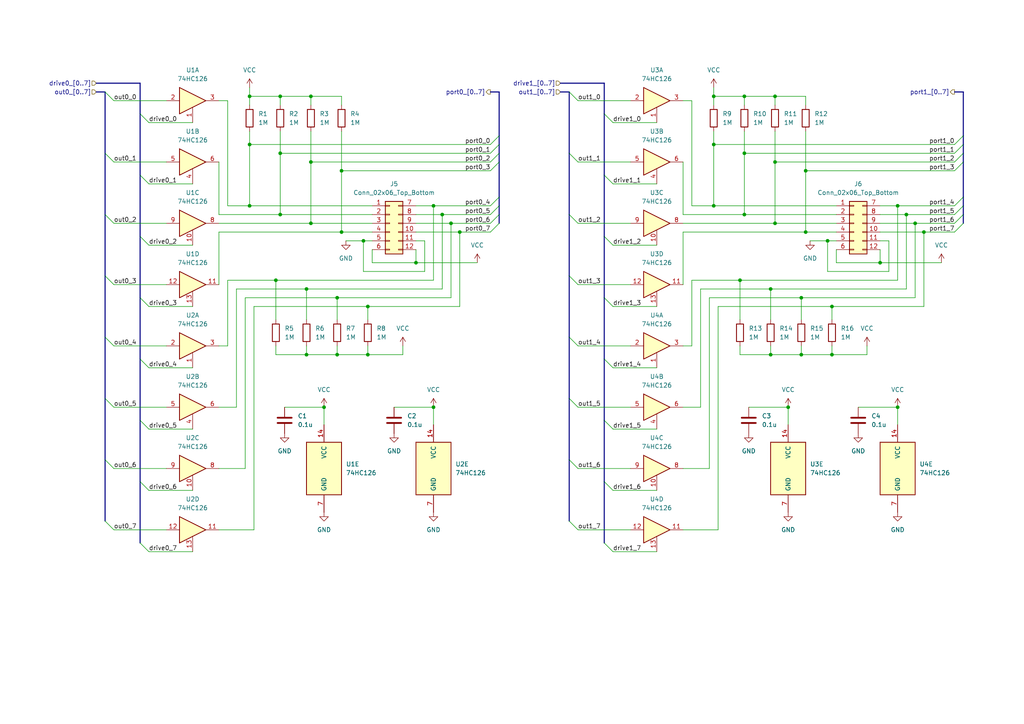
<source format=kicad_sch>
(kicad_sch (version 20211123) (generator eeschema)

  (uuid 1d87dd30-8e50-4366-863d-fb01c4f4fbac)

  (paper "A4")

  (title_block
    (title "GPIO Board for Z80")
    (rev "v1.0")
  )

  (lib_symbols
    (symbol "74xx:74LS126" (pin_names (offset 1.016)) (in_bom yes) (on_board yes)
      (property "Reference" "U" (id 0) (at 0 1.27 0)
        (effects (font (size 1.27 1.27)))
      )
      (property "Value" "74LS126" (id 1) (at 0 -1.27 0)
        (effects (font (size 1.27 1.27)))
      )
      (property "Footprint" "" (id 2) (at 0 0 0)
        (effects (font (size 1.27 1.27)) hide)
      )
      (property "Datasheet" "http://www.ti.com/lit/gpn/sn74LS126" (id 3) (at 0 0 0)
        (effects (font (size 1.27 1.27)) hide)
      )
      (property "ki_locked" "" (id 4) (at 0 0 0)
        (effects (font (size 1.27 1.27)))
      )
      (property "ki_keywords" "TTL Buffer 3State" (id 5) (at 0 0 0)
        (effects (font (size 1.27 1.27)) hide)
      )
      (property "ki_description" "Quad buffer 3-State outputs" (id 6) (at 0 0 0)
        (effects (font (size 1.27 1.27)) hide)
      )
      (property "ki_fp_filters" "DIP*W7.62mm*" (id 7) (at 0 0 0)
        (effects (font (size 1.27 1.27)) hide)
      )
      (symbol "74LS126_1_0"
        (polyline
          (pts
            (xy -3.81 3.81)
            (xy -3.81 -3.81)
            (xy 3.81 0)
            (xy -3.81 3.81)
          )
          (stroke (width 0.254) (type default) (color 0 0 0 0))
          (fill (type background))
        )
        (pin input line (at 0 -6.35 90) (length 4.445)
          (name "~" (effects (font (size 1.27 1.27))))
          (number "1" (effects (font (size 1.27 1.27))))
        )
        (pin input line (at -7.62 0 0) (length 3.81)
          (name "~" (effects (font (size 1.27 1.27))))
          (number "2" (effects (font (size 1.27 1.27))))
        )
        (pin tri_state line (at 7.62 0 180) (length 3.81)
          (name "~" (effects (font (size 1.27 1.27))))
          (number "3" (effects (font (size 1.27 1.27))))
        )
      )
      (symbol "74LS126_2_0"
        (polyline
          (pts
            (xy -3.81 3.81)
            (xy -3.81 -3.81)
            (xy 3.81 0)
            (xy -3.81 3.81)
          )
          (stroke (width 0.254) (type default) (color 0 0 0 0))
          (fill (type background))
        )
        (pin input line (at 0 -6.35 90) (length 4.445)
          (name "~" (effects (font (size 1.27 1.27))))
          (number "4" (effects (font (size 1.27 1.27))))
        )
        (pin input line (at -7.62 0 0) (length 3.81)
          (name "~" (effects (font (size 1.27 1.27))))
          (number "5" (effects (font (size 1.27 1.27))))
        )
        (pin tri_state line (at 7.62 0 180) (length 3.81)
          (name "~" (effects (font (size 1.27 1.27))))
          (number "6" (effects (font (size 1.27 1.27))))
        )
      )
      (symbol "74LS126_3_0"
        (polyline
          (pts
            (xy -3.81 3.81)
            (xy -3.81 -3.81)
            (xy 3.81 0)
            (xy -3.81 3.81)
          )
          (stroke (width 0.254) (type default) (color 0 0 0 0))
          (fill (type background))
        )
        (pin input line (at 0 -6.35 90) (length 4.445)
          (name "~" (effects (font (size 1.27 1.27))))
          (number "10" (effects (font (size 1.27 1.27))))
        )
        (pin tri_state line (at 7.62 0 180) (length 3.81)
          (name "~" (effects (font (size 1.27 1.27))))
          (number "8" (effects (font (size 1.27 1.27))))
        )
        (pin input line (at -7.62 0 0) (length 3.81)
          (name "~" (effects (font (size 1.27 1.27))))
          (number "9" (effects (font (size 1.27 1.27))))
        )
      )
      (symbol "74LS126_4_0"
        (polyline
          (pts
            (xy -3.81 3.81)
            (xy -3.81 -3.81)
            (xy 3.81 0)
            (xy -3.81 3.81)
          )
          (stroke (width 0.254) (type default) (color 0 0 0 0))
          (fill (type background))
        )
        (pin tri_state line (at 7.62 0 180) (length 3.81)
          (name "~" (effects (font (size 1.27 1.27))))
          (number "11" (effects (font (size 1.27 1.27))))
        )
        (pin input line (at -7.62 0 0) (length 3.81)
          (name "~" (effects (font (size 1.27 1.27))))
          (number "12" (effects (font (size 1.27 1.27))))
        )
        (pin input line (at 0 -6.35 90) (length 4.445)
          (name "~" (effects (font (size 1.27 1.27))))
          (number "13" (effects (font (size 1.27 1.27))))
        )
      )
      (symbol "74LS126_5_0"
        (pin power_in line (at 0 12.7 270) (length 5.08)
          (name "VCC" (effects (font (size 1.27 1.27))))
          (number "14" (effects (font (size 1.27 1.27))))
        )
        (pin power_in line (at 0 -12.7 90) (length 5.08)
          (name "GND" (effects (font (size 1.27 1.27))))
          (number "7" (effects (font (size 1.27 1.27))))
        )
      )
      (symbol "74LS126_5_1"
        (rectangle (start -5.08 7.62) (end 5.08 -7.62)
          (stroke (width 0.254) (type default) (color 0 0 0 0))
          (fill (type background))
        )
      )
    )
    (symbol "Connector_Generic:Conn_02x06_Top_Bottom" (pin_names (offset 1.016) hide) (in_bom yes) (on_board yes)
      (property "Reference" "J" (id 0) (at 1.27 7.62 0)
        (effects (font (size 1.27 1.27)))
      )
      (property "Value" "Conn_02x06_Top_Bottom" (id 1) (at 1.27 -10.16 0)
        (effects (font (size 1.27 1.27)))
      )
      (property "Footprint" "" (id 2) (at 0 0 0)
        (effects (font (size 1.27 1.27)) hide)
      )
      (property "Datasheet" "~" (id 3) (at 0 0 0)
        (effects (font (size 1.27 1.27)) hide)
      )
      (property "ki_keywords" "connector" (id 4) (at 0 0 0)
        (effects (font (size 1.27 1.27)) hide)
      )
      (property "ki_description" "Generic connector, double row, 02x06, top/bottom pin numbering scheme (row 1: 1...pins_per_row, row2: pins_per_row+1 ... num_pins), script generated (kicad-library-utils/schlib/autogen/connector/)" (id 5) (at 0 0 0)
        (effects (font (size 1.27 1.27)) hide)
      )
      (property "ki_fp_filters" "Connector*:*_2x??_*" (id 6) (at 0 0 0)
        (effects (font (size 1.27 1.27)) hide)
      )
      (symbol "Conn_02x06_Top_Bottom_1_1"
        (rectangle (start -1.27 -7.493) (end 0 -7.747)
          (stroke (width 0.1524) (type default) (color 0 0 0 0))
          (fill (type none))
        )
        (rectangle (start -1.27 -4.953) (end 0 -5.207)
          (stroke (width 0.1524) (type default) (color 0 0 0 0))
          (fill (type none))
        )
        (rectangle (start -1.27 -2.413) (end 0 -2.667)
          (stroke (width 0.1524) (type default) (color 0 0 0 0))
          (fill (type none))
        )
        (rectangle (start -1.27 0.127) (end 0 -0.127)
          (stroke (width 0.1524) (type default) (color 0 0 0 0))
          (fill (type none))
        )
        (rectangle (start -1.27 2.667) (end 0 2.413)
          (stroke (width 0.1524) (type default) (color 0 0 0 0))
          (fill (type none))
        )
        (rectangle (start -1.27 5.207) (end 0 4.953)
          (stroke (width 0.1524) (type default) (color 0 0 0 0))
          (fill (type none))
        )
        (rectangle (start -1.27 6.35) (end 3.81 -8.89)
          (stroke (width 0.254) (type default) (color 0 0 0 0))
          (fill (type background))
        )
        (rectangle (start 3.81 -7.493) (end 2.54 -7.747)
          (stroke (width 0.1524) (type default) (color 0 0 0 0))
          (fill (type none))
        )
        (rectangle (start 3.81 -4.953) (end 2.54 -5.207)
          (stroke (width 0.1524) (type default) (color 0 0 0 0))
          (fill (type none))
        )
        (rectangle (start 3.81 -2.413) (end 2.54 -2.667)
          (stroke (width 0.1524) (type default) (color 0 0 0 0))
          (fill (type none))
        )
        (rectangle (start 3.81 0.127) (end 2.54 -0.127)
          (stroke (width 0.1524) (type default) (color 0 0 0 0))
          (fill (type none))
        )
        (rectangle (start 3.81 2.667) (end 2.54 2.413)
          (stroke (width 0.1524) (type default) (color 0 0 0 0))
          (fill (type none))
        )
        (rectangle (start 3.81 5.207) (end 2.54 4.953)
          (stroke (width 0.1524) (type default) (color 0 0 0 0))
          (fill (type none))
        )
        (pin passive line (at -5.08 5.08 0) (length 3.81)
          (name "Pin_1" (effects (font (size 1.27 1.27))))
          (number "1" (effects (font (size 1.27 1.27))))
        )
        (pin passive line (at 7.62 -2.54 180) (length 3.81)
          (name "Pin_10" (effects (font (size 1.27 1.27))))
          (number "10" (effects (font (size 1.27 1.27))))
        )
        (pin passive line (at 7.62 -5.08 180) (length 3.81)
          (name "Pin_11" (effects (font (size 1.27 1.27))))
          (number "11" (effects (font (size 1.27 1.27))))
        )
        (pin passive line (at 7.62 -7.62 180) (length 3.81)
          (name "Pin_12" (effects (font (size 1.27 1.27))))
          (number "12" (effects (font (size 1.27 1.27))))
        )
        (pin passive line (at -5.08 2.54 0) (length 3.81)
          (name "Pin_2" (effects (font (size 1.27 1.27))))
          (number "2" (effects (font (size 1.27 1.27))))
        )
        (pin passive line (at -5.08 0 0) (length 3.81)
          (name "Pin_3" (effects (font (size 1.27 1.27))))
          (number "3" (effects (font (size 1.27 1.27))))
        )
        (pin passive line (at -5.08 -2.54 0) (length 3.81)
          (name "Pin_4" (effects (font (size 1.27 1.27))))
          (number "4" (effects (font (size 1.27 1.27))))
        )
        (pin passive line (at -5.08 -5.08 0) (length 3.81)
          (name "Pin_5" (effects (font (size 1.27 1.27))))
          (number "5" (effects (font (size 1.27 1.27))))
        )
        (pin passive line (at -5.08 -7.62 0) (length 3.81)
          (name "Pin_6" (effects (font (size 1.27 1.27))))
          (number "6" (effects (font (size 1.27 1.27))))
        )
        (pin passive line (at 7.62 5.08 180) (length 3.81)
          (name "Pin_7" (effects (font (size 1.27 1.27))))
          (number "7" (effects (font (size 1.27 1.27))))
        )
        (pin passive line (at 7.62 2.54 180) (length 3.81)
          (name "Pin_8" (effects (font (size 1.27 1.27))))
          (number "8" (effects (font (size 1.27 1.27))))
        )
        (pin passive line (at 7.62 0 180) (length 3.81)
          (name "Pin_9" (effects (font (size 1.27 1.27))))
          (number "9" (effects (font (size 1.27 1.27))))
        )
      )
    )
    (symbol "Device:C" (pin_numbers hide) (pin_names (offset 0.254)) (in_bom yes) (on_board yes)
      (property "Reference" "C" (id 0) (at 0.635 2.54 0)
        (effects (font (size 1.27 1.27)) (justify left))
      )
      (property "Value" "C" (id 1) (at 0.635 -2.54 0)
        (effects (font (size 1.27 1.27)) (justify left))
      )
      (property "Footprint" "" (id 2) (at 0.9652 -3.81 0)
        (effects (font (size 1.27 1.27)) hide)
      )
      (property "Datasheet" "~" (id 3) (at 0 0 0)
        (effects (font (size 1.27 1.27)) hide)
      )
      (property "ki_keywords" "cap capacitor" (id 4) (at 0 0 0)
        (effects (font (size 1.27 1.27)) hide)
      )
      (property "ki_description" "Unpolarized capacitor" (id 5) (at 0 0 0)
        (effects (font (size 1.27 1.27)) hide)
      )
      (property "ki_fp_filters" "C_*" (id 6) (at 0 0 0)
        (effects (font (size 1.27 1.27)) hide)
      )
      (symbol "C_0_1"
        (polyline
          (pts
            (xy -2.032 -0.762)
            (xy 2.032 -0.762)
          )
          (stroke (width 0.508) (type default) (color 0 0 0 0))
          (fill (type none))
        )
        (polyline
          (pts
            (xy -2.032 0.762)
            (xy 2.032 0.762)
          )
          (stroke (width 0.508) (type default) (color 0 0 0 0))
          (fill (type none))
        )
      )
      (symbol "C_1_1"
        (pin passive line (at 0 3.81 270) (length 2.794)
          (name "~" (effects (font (size 1.27 1.27))))
          (number "1" (effects (font (size 1.27 1.27))))
        )
        (pin passive line (at 0 -3.81 90) (length 2.794)
          (name "~" (effects (font (size 1.27 1.27))))
          (number "2" (effects (font (size 1.27 1.27))))
        )
      )
    )
    (symbol "Device:R" (pin_numbers hide) (pin_names (offset 0)) (in_bom yes) (on_board yes)
      (property "Reference" "R" (id 0) (at 2.032 0 90)
        (effects (font (size 1.27 1.27)))
      )
      (property "Value" "R" (id 1) (at 0 0 90)
        (effects (font (size 1.27 1.27)))
      )
      (property "Footprint" "" (id 2) (at -1.778 0 90)
        (effects (font (size 1.27 1.27)) hide)
      )
      (property "Datasheet" "~" (id 3) (at 0 0 0)
        (effects (font (size 1.27 1.27)) hide)
      )
      (property "ki_keywords" "R res resistor" (id 4) (at 0 0 0)
        (effects (font (size 1.27 1.27)) hide)
      )
      (property "ki_description" "Resistor" (id 5) (at 0 0 0)
        (effects (font (size 1.27 1.27)) hide)
      )
      (property "ki_fp_filters" "R_*" (id 6) (at 0 0 0)
        (effects (font (size 1.27 1.27)) hide)
      )
      (symbol "R_0_1"
        (rectangle (start -1.016 -2.54) (end 1.016 2.54)
          (stroke (width 0.254) (type default) (color 0 0 0 0))
          (fill (type none))
        )
      )
      (symbol "R_1_1"
        (pin passive line (at 0 3.81 270) (length 1.27)
          (name "~" (effects (font (size 1.27 1.27))))
          (number "1" (effects (font (size 1.27 1.27))))
        )
        (pin passive line (at 0 -3.81 90) (length 1.27)
          (name "~" (effects (font (size 1.27 1.27))))
          (number "2" (effects (font (size 1.27 1.27))))
        )
      )
    )
    (symbol "power:GND" (power) (pin_names (offset 0)) (in_bom yes) (on_board yes)
      (property "Reference" "#PWR" (id 0) (at 0 -6.35 0)
        (effects (font (size 1.27 1.27)) hide)
      )
      (property "Value" "GND" (id 1) (at 0 -3.81 0)
        (effects (font (size 1.27 1.27)))
      )
      (property "Footprint" "" (id 2) (at 0 0 0)
        (effects (font (size 1.27 1.27)) hide)
      )
      (property "Datasheet" "" (id 3) (at 0 0 0)
        (effects (font (size 1.27 1.27)) hide)
      )
      (property "ki_keywords" "power-flag" (id 4) (at 0 0 0)
        (effects (font (size 1.27 1.27)) hide)
      )
      (property "ki_description" "Power symbol creates a global label with name \"GND\" , ground" (id 5) (at 0 0 0)
        (effects (font (size 1.27 1.27)) hide)
      )
      (symbol "GND_0_1"
        (polyline
          (pts
            (xy 0 0)
            (xy 0 -1.27)
            (xy 1.27 -1.27)
            (xy 0 -2.54)
            (xy -1.27 -1.27)
            (xy 0 -1.27)
          )
          (stroke (width 0) (type default) (color 0 0 0 0))
          (fill (type none))
        )
      )
      (symbol "GND_1_1"
        (pin power_in line (at 0 0 270) (length 0) hide
          (name "GND" (effects (font (size 1.27 1.27))))
          (number "1" (effects (font (size 1.27 1.27))))
        )
      )
    )
    (symbol "power:VCC" (power) (pin_names (offset 0)) (in_bom yes) (on_board yes)
      (property "Reference" "#PWR" (id 0) (at 0 -3.81 0)
        (effects (font (size 1.27 1.27)) hide)
      )
      (property "Value" "VCC" (id 1) (at 0 3.81 0)
        (effects (font (size 1.27 1.27)))
      )
      (property "Footprint" "" (id 2) (at 0 0 0)
        (effects (font (size 1.27 1.27)) hide)
      )
      (property "Datasheet" "" (id 3) (at 0 0 0)
        (effects (font (size 1.27 1.27)) hide)
      )
      (property "ki_keywords" "power-flag" (id 4) (at 0 0 0)
        (effects (font (size 1.27 1.27)) hide)
      )
      (property "ki_description" "Power symbol creates a global label with name \"VCC\"" (id 5) (at 0 0 0)
        (effects (font (size 1.27 1.27)) hide)
      )
      (symbol "VCC_0_1"
        (polyline
          (pts
            (xy -0.762 1.27)
            (xy 0 2.54)
          )
          (stroke (width 0) (type default) (color 0 0 0 0))
          (fill (type none))
        )
        (polyline
          (pts
            (xy 0 0)
            (xy 0 2.54)
          )
          (stroke (width 0) (type default) (color 0 0 0 0))
          (fill (type none))
        )
        (polyline
          (pts
            (xy 0 2.54)
            (xy 0.762 1.27)
          )
          (stroke (width 0) (type default) (color 0 0 0 0))
          (fill (type none))
        )
      )
      (symbol "VCC_1_1"
        (pin power_in line (at 0 0 90) (length 0) hide
          (name "VCC" (effects (font (size 1.27 1.27))))
          (number "1" (effects (font (size 1.27 1.27))))
        )
      )
    )
  )

  (junction (at 262.89 62.23) (diameter 0) (color 0 0 0 0)
    (uuid 0301c3cd-7be5-4151-b9d9-e488e0785344)
  )
  (junction (at 265.43 64.77) (diameter 0) (color 0 0 0 0)
    (uuid 09f2be1d-6d36-4d2c-b058-bdae918c2267)
  )
  (junction (at 93.98 118.11) (diameter 0) (color 0 0 0 0)
    (uuid 0a5b4c0d-5fb2-41ba-92ce-0856106c8007)
  )
  (junction (at 224.79 27.94) (diameter 0) (color 0 0 0 0)
    (uuid 0e362766-f0d7-4e97-9f9b-b45eb5bbaa31)
  )
  (junction (at 133.35 67.31) (diameter 0) (color 0 0 0 0)
    (uuid 18ca79a9-3d9a-4af8-8ab0-8d06287f4680)
  )
  (junction (at 207.01 41.91) (diameter 0) (color 0 0 0 0)
    (uuid 1d635e03-cb3b-47bc-8d7f-08cb6160a66e)
  )
  (junction (at 260.35 59.69) (diameter 0) (color 0 0 0 0)
    (uuid 1e3d12b6-0940-4a1b-b299-50e303868f40)
  )
  (junction (at 215.9 62.23) (diameter 0) (color 0 0 0 0)
    (uuid 232843b7-97ec-4a56-8f3c-3bb637a51316)
  )
  (junction (at 88.9 102.87) (diameter 0) (color 0 0 0 0)
    (uuid 2e79e033-58ba-4359-83ea-f7ce2d7f0ae6)
  )
  (junction (at 214.63 81.28) (diameter 0) (color 0 0 0 0)
    (uuid 324044cc-5f64-465e-ad8b-6a408d1e126e)
  )
  (junction (at 215.9 44.45) (diameter 0) (color 0 0 0 0)
    (uuid 3505f0b5-4ad5-4bc3-af9e-085dc1adbf8a)
  )
  (junction (at 233.68 67.31) (diameter 0) (color 0 0 0 0)
    (uuid 3ad3e3c6-0c5d-49d0-a780-cb01b6fd2fb3)
  )
  (junction (at 106.68 88.9) (diameter 0) (color 0 0 0 0)
    (uuid 3d479bea-63fb-4aed-ac6b-85799a496ba1)
  )
  (junction (at 81.28 27.94) (diameter 0) (color 0 0 0 0)
    (uuid 473b234d-a338-41ae-a2d0-15f27538be1f)
  )
  (junction (at 255.27 76.2) (diameter 0) (color 0 0 0 0)
    (uuid 47ff9744-9dab-4741-b1f1-c609f1531474)
  )
  (junction (at 106.68 102.87) (diameter 0) (color 0 0 0 0)
    (uuid 4b1440c4-f692-4d9d-9980-db7e69e74d1c)
  )
  (junction (at 90.17 64.77) (diameter 0) (color 0 0 0 0)
    (uuid 4d260736-bb66-43c4-a6fe-7a745ef8f163)
  )
  (junction (at 207.01 27.94) (diameter 0) (color 0 0 0 0)
    (uuid 5532a43b-95f2-4dda-bb86-f11bb6843258)
  )
  (junction (at 228.6 118.11) (diameter 0) (color 0 0 0 0)
    (uuid 55565889-6946-4a83-ad93-1db3b0290fcd)
  )
  (junction (at 125.73 59.69) (diameter 0) (color 0 0 0 0)
    (uuid 5844767d-d64a-4a08-9b78-a060fd0b7872)
  )
  (junction (at 128.27 62.23) (diameter 0) (color 0 0 0 0)
    (uuid 5950c559-2f05-4421-bbb6-76d08e392e13)
  )
  (junction (at 215.9 27.94) (diameter 0) (color 0 0 0 0)
    (uuid 6914c535-9446-41a6-84d4-491386c90ece)
  )
  (junction (at 223.52 102.87) (diameter 0) (color 0 0 0 0)
    (uuid 6d3e09f2-ecc2-47f1-94d6-f523f5e062b5)
  )
  (junction (at 241.3 102.87) (diameter 0) (color 0 0 0 0)
    (uuid 6f3e4fcb-7235-4e5b-af27-1317a2717d71)
  )
  (junction (at 105.41 69.85) (diameter 0) (color 0 0 0 0)
    (uuid 78050fdc-6b0f-4727-98d0-5da7a3c193aa)
  )
  (junction (at 72.39 41.91) (diameter 0) (color 0 0 0 0)
    (uuid 80b9f621-b139-442a-9898-70d3de8e71a4)
  )
  (junction (at 72.39 59.69) (diameter 0) (color 0 0 0 0)
    (uuid 89c1841a-fbd7-4bd4-b07c-fcbb1e2aab50)
  )
  (junction (at 99.06 67.31) (diameter 0) (color 0 0 0 0)
    (uuid 8ac2251c-6209-41b0-a831-8f77c943e61e)
  )
  (junction (at 223.52 83.82) (diameter 0) (color 0 0 0 0)
    (uuid 8d64141c-7f7b-4fc2-a00b-3425ccc3ff43)
  )
  (junction (at 72.39 27.94) (diameter 0) (color 0 0 0 0)
    (uuid 8fdf8ccd-c0bd-4727-8951-81cb1b9f61f8)
  )
  (junction (at 232.41 102.87) (diameter 0) (color 0 0 0 0)
    (uuid 8fe243c3-0f0a-41b4-b162-b5c72b5baf61)
  )
  (junction (at 81.28 62.23) (diameter 0) (color 0 0 0 0)
    (uuid 9914786f-68b1-4ff6-a04e-d01992754bd9)
  )
  (junction (at 88.9 83.82) (diameter 0) (color 0 0 0 0)
    (uuid 9a2279bd-cca9-4ec3-a831-544bb2f39363)
  )
  (junction (at 241.3 88.9) (diameter 0) (color 0 0 0 0)
    (uuid 9d17ca8a-3d5c-440a-9c37-33d9a9244c0e)
  )
  (junction (at 260.35 118.11) (diameter 0) (color 0 0 0 0)
    (uuid 9efc52e0-eb8a-481e-b501-3071f32dea5b)
  )
  (junction (at 233.68 49.53) (diameter 0) (color 0 0 0 0)
    (uuid 9f13668b-6d08-4f3c-a2ba-ac08a4d444b6)
  )
  (junction (at 90.17 27.94) (diameter 0) (color 0 0 0 0)
    (uuid 9ff6c0ac-1f5e-4979-9620-cad41f948e09)
  )
  (junction (at 240.03 69.85) (diameter 0) (color 0 0 0 0)
    (uuid a15831de-f5a1-4c4a-8e99-9697bde06cbe)
  )
  (junction (at 130.81 64.77) (diameter 0) (color 0 0 0 0)
    (uuid a9380475-4d26-4e55-a021-9dde686c2c66)
  )
  (junction (at 224.79 64.77) (diameter 0) (color 0 0 0 0)
    (uuid aab248f4-6cf2-4264-84d9-db6c49dbd3bd)
  )
  (junction (at 80.01 81.28) (diameter 0) (color 0 0 0 0)
    (uuid af00cc17-11b4-44e1-962d-ff651d22ba21)
  )
  (junction (at 125.73 118.11) (diameter 0) (color 0 0 0 0)
    (uuid bd70628a-99e2-4375-a638-a61a0476a828)
  )
  (junction (at 232.41 86.36) (diameter 0) (color 0 0 0 0)
    (uuid c4801bdc-f06c-4a68-9e7c-f28fb063b004)
  )
  (junction (at 120.65 76.2) (diameter 0) (color 0 0 0 0)
    (uuid c6b9caee-03c2-4955-b1b1-01b164694924)
  )
  (junction (at 267.97 67.31) (diameter 0) (color 0 0 0 0)
    (uuid cf6e2b6b-16f5-46a3-ab08-d34fc05baa11)
  )
  (junction (at 207.01 59.69) (diameter 0) (color 0 0 0 0)
    (uuid d2e63397-ef06-48bd-861a-e50f84e4680e)
  )
  (junction (at 97.79 102.87) (diameter 0) (color 0 0 0 0)
    (uuid f24c58fb-abe9-4125-96d1-51f699f38a9a)
  )
  (junction (at 81.28 44.45) (diameter 0) (color 0 0 0 0)
    (uuid f4942148-fa36-49c3-ab45-d119640300f1)
  )
  (junction (at 99.06 49.53) (diameter 0) (color 0 0 0 0)
    (uuid f4d4c4b4-0b4b-448e-8045-1943ae38ad44)
  )
  (junction (at 90.17 46.99) (diameter 0) (color 0 0 0 0)
    (uuid f9532b7f-7575-4062-a664-7b9f050ac264)
  )
  (junction (at 224.79 46.99) (diameter 0) (color 0 0 0 0)
    (uuid fa7ce743-9dac-4103-b11c-f05fd70951c0)
  )
  (junction (at 97.79 86.36) (diameter 0) (color 0 0 0 0)
    (uuid fcd164bf-7096-4b04-92dd-664dbfa169f1)
  )

  (bus_entry (at 144.78 46.99) (size -2.54 2.54)
    (stroke (width 0) (type default) (color 0 0 0 0))
    (uuid 00f2e31c-9dcc-4943-8b17-08bfcec86408)
  )
  (bus_entry (at 165.1 115.57) (size 2.54 2.54)
    (stroke (width 0) (type default) (color 0 0 0 0))
    (uuid 022a130b-e942-45f5-9b0f-81efb524c758)
  )
  (bus_entry (at 40.64 139.7) (size 2.54 2.54)
    (stroke (width 0) (type default) (color 0 0 0 0))
    (uuid 0962c7a3-7415-4b0e-aa26-3c3c2df79699)
  )
  (bus_entry (at 279.4 41.91) (size -2.54 2.54)
    (stroke (width 0) (type default) (color 0 0 0 0))
    (uuid 0bbb448e-400d-4133-a433-2b73c43497f5)
  )
  (bus_entry (at 165.1 44.45) (size 2.54 2.54)
    (stroke (width 0) (type default) (color 0 0 0 0))
    (uuid 12113468-6f2f-4ab1-b151-a22786cdbfb9)
  )
  (bus_entry (at 30.48 62.23) (size 2.54 2.54)
    (stroke (width 0) (type default) (color 0 0 0 0))
    (uuid 141f4006-34e4-4170-bdf8-e2ce0597d895)
  )
  (bus_entry (at 30.48 97.79) (size 2.54 2.54)
    (stroke (width 0) (type default) (color 0 0 0 0))
    (uuid 17b69721-766f-460f-883d-9cf5ca9b31a2)
  )
  (bus_entry (at 40.64 104.14) (size 2.54 2.54)
    (stroke (width 0) (type default) (color 0 0 0 0))
    (uuid 181df6dd-a4bc-4289-813b-5f500b326d6c)
  )
  (bus_entry (at 30.48 151.13) (size 2.54 2.54)
    (stroke (width 0) (type default) (color 0 0 0 0))
    (uuid 204f6ab7-3392-4e13-9e37-f0783eb40db2)
  )
  (bus_entry (at 144.78 64.77) (size -2.54 2.54)
    (stroke (width 0) (type default) (color 0 0 0 0))
    (uuid 21c0cf5e-353a-44f7-bb15-a39779170480)
  )
  (bus_entry (at 279.4 46.99) (size -2.54 2.54)
    (stroke (width 0) (type default) (color 0 0 0 0))
    (uuid 359ec3d6-bc7f-43aa-8828-ff13e703a452)
  )
  (bus_entry (at 175.26 139.7) (size 2.54 2.54)
    (stroke (width 0) (type default) (color 0 0 0 0))
    (uuid 3b520b5c-4572-4c00-b791-5c9bbd82bd86)
  )
  (bus_entry (at 175.26 86.36) (size 2.54 2.54)
    (stroke (width 0) (type default) (color 0 0 0 0))
    (uuid 3b86cfa3-ea77-41d0-b48f-cb74d4a7df64)
  )
  (bus_entry (at 144.78 44.45) (size -2.54 2.54)
    (stroke (width 0) (type default) (color 0 0 0 0))
    (uuid 3bf3991c-c7f7-47da-b0fd-ed9a6024e4c9)
  )
  (bus_entry (at 30.48 80.01) (size 2.54 2.54)
    (stroke (width 0) (type default) (color 0 0 0 0))
    (uuid 481d06c8-fc2e-42e1-a1e3-5567e3947eee)
  )
  (bus_entry (at 175.26 104.14) (size 2.54 2.54)
    (stroke (width 0) (type default) (color 0 0 0 0))
    (uuid 4d26e8e6-bb71-4338-9e7d-911d66d47c7a)
  )
  (bus_entry (at 30.48 133.35) (size 2.54 2.54)
    (stroke (width 0) (type default) (color 0 0 0 0))
    (uuid 55ad5ef8-94fa-43ff-8fce-589e2da421f0)
  )
  (bus_entry (at 30.48 115.57) (size 2.54 2.54)
    (stroke (width 0) (type default) (color 0 0 0 0))
    (uuid 5a51f20b-6919-4cde-8021-2eee32943e97)
  )
  (bus_entry (at 144.78 57.15) (size -2.54 2.54)
    (stroke (width 0) (type default) (color 0 0 0 0))
    (uuid 5d1e413c-4ffd-4484-871e-d33a8b42f1b8)
  )
  (bus_entry (at 144.78 39.37) (size -2.54 2.54)
    (stroke (width 0) (type default) (color 0 0 0 0))
    (uuid 5ffc4f6c-bd88-4f54-84a7-506d6b33f513)
  )
  (bus_entry (at 165.1 97.79) (size 2.54 2.54)
    (stroke (width 0) (type default) (color 0 0 0 0))
    (uuid 65d9e396-3b78-453a-be20-ffafa631223b)
  )
  (bus_entry (at 165.1 80.01) (size 2.54 2.54)
    (stroke (width 0) (type default) (color 0 0 0 0))
    (uuid 6645d0df-8db5-4206-b15b-6181e868f1b6)
  )
  (bus_entry (at 279.4 39.37) (size -2.54 2.54)
    (stroke (width 0) (type default) (color 0 0 0 0))
    (uuid 780d1ae8-837d-4b36-9cb3-89c2ecb745db)
  )
  (bus_entry (at 279.4 57.15) (size -2.54 2.54)
    (stroke (width 0) (type default) (color 0 0 0 0))
    (uuid 7a520b1a-8e1c-4672-9945-e5cefed8bd77)
  )
  (bus_entry (at 40.64 68.58) (size 2.54 2.54)
    (stroke (width 0) (type default) (color 0 0 0 0))
    (uuid 7ec042b3-7a63-42da-8b14-5793777bdfca)
  )
  (bus_entry (at 40.64 157.48) (size 2.54 2.54)
    (stroke (width 0) (type default) (color 0 0 0 0))
    (uuid 800e78ef-4104-40e5-81ea-a4fd59a0f2fd)
  )
  (bus_entry (at 279.4 44.45) (size -2.54 2.54)
    (stroke (width 0) (type default) (color 0 0 0 0))
    (uuid 83568642-872f-491b-83a8-18ef7575542e)
  )
  (bus_entry (at 40.64 121.92) (size 2.54 2.54)
    (stroke (width 0) (type default) (color 0 0 0 0))
    (uuid 8c3ee5bc-9db4-440c-9a2e-dbd9c665ceb2)
  )
  (bus_entry (at 175.26 157.48) (size 2.54 2.54)
    (stroke (width 0) (type default) (color 0 0 0 0))
    (uuid 8cae6dac-74f3-44ff-8bdb-432a263d6b9e)
  )
  (bus_entry (at 165.1 26.67) (size 2.54 2.54)
    (stroke (width 0) (type default) (color 0 0 0 0))
    (uuid 8d6a0c9a-6670-4580-93e1-150df9a5ad7f)
  )
  (bus_entry (at 30.48 44.45) (size 2.54 2.54)
    (stroke (width 0) (type default) (color 0 0 0 0))
    (uuid 8e38a60f-16fc-4c1d-bc79-601cb0ddf03f)
  )
  (bus_entry (at 175.26 50.8) (size 2.54 2.54)
    (stroke (width 0) (type default) (color 0 0 0 0))
    (uuid 8f63f617-1004-4719-bed0-b0e86743fd54)
  )
  (bus_entry (at 30.48 26.67) (size 2.54 2.54)
    (stroke (width 0) (type default) (color 0 0 0 0))
    (uuid 8facf396-28a4-4735-8a2c-aa88ad8a7368)
  )
  (bus_entry (at 40.64 33.02) (size 2.54 2.54)
    (stroke (width 0) (type default) (color 0 0 0 0))
    (uuid 8facf396-28a4-4735-8a2c-aa88ad8a7369)
  )
  (bus_entry (at 279.4 62.23) (size -2.54 2.54)
    (stroke (width 0) (type default) (color 0 0 0 0))
    (uuid 9a6fab1c-ce64-497c-8809-b62100506db7)
  )
  (bus_entry (at 175.26 68.58) (size 2.54 2.54)
    (stroke (width 0) (type default) (color 0 0 0 0))
    (uuid 9d006f75-8280-409d-b665-d4037395fd2f)
  )
  (bus_entry (at 165.1 133.35) (size 2.54 2.54)
    (stroke (width 0) (type default) (color 0 0 0 0))
    (uuid a3350da0-374a-43b1-958f-0251962c2975)
  )
  (bus_entry (at 165.1 62.23) (size 2.54 2.54)
    (stroke (width 0) (type default) (color 0 0 0 0))
    (uuid ab809941-7d27-47dd-a56f-c77488f27427)
  )
  (bus_entry (at 279.4 59.69) (size -2.54 2.54)
    (stroke (width 0) (type default) (color 0 0 0 0))
    (uuid ac892be3-beab-4720-a2d3-e5134c27569a)
  )
  (bus_entry (at 144.78 41.91) (size -2.54 2.54)
    (stroke (width 0) (type default) (color 0 0 0 0))
    (uuid affcf30f-c408-444f-8e96-b83b2e4545df)
  )
  (bus_entry (at 175.26 33.02) (size 2.54 2.54)
    (stroke (width 0) (type default) (color 0 0 0 0))
    (uuid bb55be90-92eb-4913-824c-9426f53c08a0)
  )
  (bus_entry (at 40.64 86.36) (size 2.54 2.54)
    (stroke (width 0) (type default) (color 0 0 0 0))
    (uuid bf738050-0a44-493a-9869-193459d4ad71)
  )
  (bus_entry (at 165.1 151.13) (size 2.54 2.54)
    (stroke (width 0) (type default) (color 0 0 0 0))
    (uuid bfc54ed6-4694-404e-9e06-e1bbfab0e864)
  )
  (bus_entry (at 144.78 59.69) (size -2.54 2.54)
    (stroke (width 0) (type default) (color 0 0 0 0))
    (uuid c98e7a23-b460-429f-8ff1-1523a00a49cd)
  )
  (bus_entry (at 40.64 50.8) (size 2.54 2.54)
    (stroke (width 0) (type default) (color 0 0 0 0))
    (uuid dcfd6bbb-1d44-4b7d-8a26-021ad532cfc8)
  )
  (bus_entry (at 279.4 64.77) (size -2.54 2.54)
    (stroke (width 0) (type default) (color 0 0 0 0))
    (uuid de178c34-9b29-45e1-ab16-e3bce9a17862)
  )
  (bus_entry (at 144.78 62.23) (size -2.54 2.54)
    (stroke (width 0) (type default) (color 0 0 0 0))
    (uuid e1324e42-be26-4f99-b4dd-29104b287e00)
  )
  (bus_entry (at 175.26 121.92) (size 2.54 2.54)
    (stroke (width 0) (type default) (color 0 0 0 0))
    (uuid f3ec9529-2b1d-4a87-929d-e12409f1e88a)
  )

  (wire (pts (xy 241.3 100.33) (xy 241.3 102.87))
    (stroke (width 0) (type default) (color 0 0 0 0))
    (uuid 03ce230a-55c4-47e0-b156-7a0fb092d9ca)
  )
  (bus (pts (xy 40.64 68.58) (xy 40.64 50.8))
    (stroke (width 0) (type default) (color 0 0 0 0))
    (uuid 04635632-7a42-4d2e-971e-0e91a6f85311)
  )

  (wire (pts (xy 198.12 29.21) (xy 200.66 29.21))
    (stroke (width 0) (type default) (color 0 0 0 0))
    (uuid 06386d38-2bb2-4aeb-9f00-9e4a18c3cbe6)
  )
  (wire (pts (xy 262.89 83.82) (xy 262.89 62.23))
    (stroke (width 0) (type default) (color 0 0 0 0))
    (uuid 076d6997-c2c9-4646-bcc8-88f9f9c19c59)
  )
  (wire (pts (xy 177.8 35.56) (xy 190.5 35.56))
    (stroke (width 0) (type default) (color 0 0 0 0))
    (uuid 07f871cb-a200-48e7-a7fd-6046b35a06c9)
  )
  (wire (pts (xy 267.97 67.31) (xy 255.27 67.31))
    (stroke (width 0) (type default) (color 0 0 0 0))
    (uuid 08311fcb-d56f-4e2a-b245-a5545d2d776b)
  )
  (wire (pts (xy 207.01 27.94) (xy 215.9 27.94))
    (stroke (width 0) (type default) (color 0 0 0 0))
    (uuid 09155cf2-7c75-41f0-97b4-543876ebb677)
  )
  (wire (pts (xy 267.97 88.9) (xy 267.97 67.31))
    (stroke (width 0) (type default) (color 0 0 0 0))
    (uuid 097afdb5-481b-45b8-84f8-edcd28c5917d)
  )
  (wire (pts (xy 260.35 59.69) (xy 276.86 59.69))
    (stroke (width 0) (type default) (color 0 0 0 0))
    (uuid 0a5e694e-7210-4c71-b1d2-f04b21bee504)
  )
  (wire (pts (xy 232.41 86.36) (xy 265.43 86.36))
    (stroke (width 0) (type default) (color 0 0 0 0))
    (uuid 0ba9a418-7260-44af-9d40-d8f117aade95)
  )
  (wire (pts (xy 133.35 88.9) (xy 133.35 67.31))
    (stroke (width 0) (type default) (color 0 0 0 0))
    (uuid 0c6db5e1-d16e-46fc-b004-bb1464086743)
  )
  (wire (pts (xy 71.12 86.36) (xy 97.79 86.36))
    (stroke (width 0) (type default) (color 0 0 0 0))
    (uuid 0d2e23c5-2e18-40fb-8a4a-02d4f2508c55)
  )
  (wire (pts (xy 198.12 46.99) (xy 198.12 62.23))
    (stroke (width 0) (type default) (color 0 0 0 0))
    (uuid 0d4435fe-92df-4be2-9fff-6b2a227d8459)
  )
  (wire (pts (xy 260.35 118.11) (xy 260.35 123.19))
    (stroke (width 0) (type default) (color 0 0 0 0))
    (uuid 0d6cd079-257c-46cd-b3e4-ade89493475e)
  )
  (bus (pts (xy 30.48 97.79) (xy 30.48 80.01))
    (stroke (width 0) (type default) (color 0 0 0 0))
    (uuid 0ed2a6d2-9dc3-4f24-9975-49b1120e357c)
  )

  (wire (pts (xy 90.17 27.94) (xy 90.17 30.48))
    (stroke (width 0) (type default) (color 0 0 0 0))
    (uuid 0f01dfd5-284e-4ddd-ad88-3459a0c56794)
  )
  (wire (pts (xy 128.27 62.23) (xy 142.24 62.23))
    (stroke (width 0) (type default) (color 0 0 0 0))
    (uuid 0f5e47e3-d246-454c-8e38-08ef8f190d3f)
  )
  (wire (pts (xy 167.64 118.11) (xy 182.88 118.11))
    (stroke (width 0) (type default) (color 0 0 0 0))
    (uuid 115e380b-0321-4dbf-b6e1-f4350914d902)
  )
  (wire (pts (xy 207.01 38.1) (xy 207.01 41.91))
    (stroke (width 0) (type default) (color 0 0 0 0))
    (uuid 118ab684-dee6-4706-bbdf-bb686c99cfda)
  )
  (wire (pts (xy 43.18 88.9) (xy 55.88 88.9))
    (stroke (width 0) (type default) (color 0 0 0 0))
    (uuid 123c343e-da5d-4257-8ff5-a1a9dc24a342)
  )
  (wire (pts (xy 205.74 135.89) (xy 205.74 86.36))
    (stroke (width 0) (type default) (color 0 0 0 0))
    (uuid 1297c45a-04c1-4899-a088-d765ee5af9d4)
  )
  (wire (pts (xy 240.03 78.74) (xy 240.03 69.85))
    (stroke (width 0) (type default) (color 0 0 0 0))
    (uuid 1318f3eb-fc99-4697-920b-60e2f6acc350)
  )
  (wire (pts (xy 215.9 44.45) (xy 215.9 62.23))
    (stroke (width 0) (type default) (color 0 0 0 0))
    (uuid 139441cc-d7c2-4583-8e4f-240f7807bee8)
  )
  (wire (pts (xy 240.03 78.74) (xy 257.81 78.74))
    (stroke (width 0) (type default) (color 0 0 0 0))
    (uuid 14ce30cf-3b1e-4454-a4c3-92260aa13df5)
  )
  (wire (pts (xy 72.39 41.91) (xy 72.39 59.69))
    (stroke (width 0) (type default) (color 0 0 0 0))
    (uuid 15fcc897-d144-4cb9-ae78-0e8212492203)
  )
  (wire (pts (xy 125.73 59.69) (xy 120.65 59.69))
    (stroke (width 0) (type default) (color 0 0 0 0))
    (uuid 16125d23-357f-4b8b-b8b3-1116c34f2364)
  )
  (wire (pts (xy 73.66 153.67) (xy 73.66 88.9))
    (stroke (width 0) (type default) (color 0 0 0 0))
    (uuid 180cb4fe-7541-412d-9a2a-940e6baf2e07)
  )
  (wire (pts (xy 262.89 62.23) (xy 276.86 62.23))
    (stroke (width 0) (type default) (color 0 0 0 0))
    (uuid 18c8004d-db2b-42d3-b752-ff080d35ca61)
  )
  (wire (pts (xy 81.28 27.94) (xy 81.28 30.48))
    (stroke (width 0) (type default) (color 0 0 0 0))
    (uuid 19082144-edc2-4d34-b575-8d4073e82c09)
  )
  (bus (pts (xy 144.78 62.23) (xy 144.78 59.69))
    (stroke (width 0) (type default) (color 0 0 0 0))
    (uuid 199a2a0d-4e7d-4d3d-9e34-02891b7605c7)
  )

  (wire (pts (xy 66.04 29.21) (xy 66.04 59.69))
    (stroke (width 0) (type default) (color 0 0 0 0))
    (uuid 1b39702f-0921-44a7-abb2-f29d9ac4423e)
  )
  (wire (pts (xy 72.39 27.94) (xy 72.39 30.48))
    (stroke (width 0) (type default) (color 0 0 0 0))
    (uuid 1ba4eaa9-1367-4654-b471-bd60687c5136)
  )
  (wire (pts (xy 90.17 27.94) (xy 99.06 27.94))
    (stroke (width 0) (type default) (color 0 0 0 0))
    (uuid 1c1cc577-5b9d-43b2-be55-f004c6856623)
  )
  (wire (pts (xy 43.18 124.46) (xy 55.88 124.46))
    (stroke (width 0) (type default) (color 0 0 0 0))
    (uuid 1c4427ce-9c5c-4665-b180-5a7af5d845ce)
  )
  (wire (pts (xy 90.17 46.99) (xy 90.17 64.77))
    (stroke (width 0) (type default) (color 0 0 0 0))
    (uuid 1c6da65d-b1c4-4859-b0ca-5597c5b32746)
  )
  (wire (pts (xy 198.12 64.77) (xy 224.79 64.77))
    (stroke (width 0) (type default) (color 0 0 0 0))
    (uuid 1ee5d9ef-18df-4c64-b102-1484b8c0deb7)
  )
  (bus (pts (xy 144.78 46.99) (xy 144.78 44.45))
    (stroke (width 0) (type default) (color 0 0 0 0))
    (uuid 21eec977-76df-485a-9044-dd0f468a9ff7)
  )

  (wire (pts (xy 100.33 69.85) (xy 105.41 69.85))
    (stroke (width 0) (type default) (color 0 0 0 0))
    (uuid 25d66564-d88c-40ab-9ea6-6317870fe373)
  )
  (wire (pts (xy 72.39 41.91) (xy 142.24 41.91))
    (stroke (width 0) (type default) (color 0 0 0 0))
    (uuid 272c1c40-1f27-4ff8-9edd-855c746707e2)
  )
  (bus (pts (xy 30.48 115.57) (xy 30.48 97.79))
    (stroke (width 0) (type default) (color 0 0 0 0))
    (uuid 29964e1a-f3a1-401d-a9e1-7124844f3216)
  )

  (wire (pts (xy 198.12 100.33) (xy 200.66 100.33))
    (stroke (width 0) (type default) (color 0 0 0 0))
    (uuid 2a7b4723-b108-47ee-84b7-7aadbc432b54)
  )
  (wire (pts (xy 97.79 100.33) (xy 97.79 102.87))
    (stroke (width 0) (type default) (color 0 0 0 0))
    (uuid 2b9e89f5-66ac-4b3d-a692-c4bf8662883e)
  )
  (wire (pts (xy 88.9 83.82) (xy 88.9 92.71))
    (stroke (width 0) (type default) (color 0 0 0 0))
    (uuid 2c113db6-358b-4814-9a99-d783abde2cf0)
  )
  (wire (pts (xy 167.64 64.77) (xy 182.88 64.77))
    (stroke (width 0) (type default) (color 0 0 0 0))
    (uuid 2cbbb7f1-b146-4603-a1d1-6f8b099e449e)
  )
  (bus (pts (xy 27.94 26.67) (xy 30.48 26.67))
    (stroke (width 0) (type default) (color 0 0 0 0))
    (uuid 2d823a86-9982-4485-a879-b829a08a534a)
  )

  (wire (pts (xy 128.27 83.82) (xy 128.27 62.23))
    (stroke (width 0) (type default) (color 0 0 0 0))
    (uuid 2e7348d1-dfec-4d3e-b9d8-71b176fbf0e4)
  )
  (wire (pts (xy 63.5 153.67) (xy 73.66 153.67))
    (stroke (width 0) (type default) (color 0 0 0 0))
    (uuid 2e94d0fd-74e5-44ee-94a6-ea2f66735623)
  )
  (wire (pts (xy 72.39 27.94) (xy 81.28 27.94))
    (stroke (width 0) (type default) (color 0 0 0 0))
    (uuid 300b2de9-9a4a-48fd-9a59-5f84c357b927)
  )
  (bus (pts (xy 165.1 97.79) (xy 165.1 80.01))
    (stroke (width 0) (type default) (color 0 0 0 0))
    (uuid 30f196fc-6cc4-47c5-ab71-c612c2e2064a)
  )
  (bus (pts (xy 165.1 115.57) (xy 165.1 97.79))
    (stroke (width 0) (type default) (color 0 0 0 0))
    (uuid 31fa9829-aa95-4293-9526-afc7838fde1a)
  )

  (wire (pts (xy 214.63 100.33) (xy 214.63 102.87))
    (stroke (width 0) (type default) (color 0 0 0 0))
    (uuid 3215d1a4-96be-4860-89b4-4af89c44b2cf)
  )
  (wire (pts (xy 198.12 82.55) (xy 198.12 67.31))
    (stroke (width 0) (type default) (color 0 0 0 0))
    (uuid 3253d594-44a2-4a67-84f4-9cb2df7648b8)
  )
  (bus (pts (xy 175.26 33.02) (xy 175.26 24.13))
    (stroke (width 0) (type default) (color 0 0 0 0))
    (uuid 331aeeff-7b7e-40e4-91c9-cb963f806c1c)
  )

  (wire (pts (xy 105.41 69.85) (xy 107.95 69.85))
    (stroke (width 0) (type default) (color 0 0 0 0))
    (uuid 33bd9002-9c4c-41a2-9f6f-a496466c55e4)
  )
  (wire (pts (xy 72.39 59.69) (xy 107.95 59.69))
    (stroke (width 0) (type default) (color 0 0 0 0))
    (uuid 33c3fc27-05df-4eff-817a-6aeb828d3816)
  )
  (wire (pts (xy 167.64 29.21) (xy 182.88 29.21))
    (stroke (width 0) (type default) (color 0 0 0 0))
    (uuid 3432af44-be0d-467f-a8d3-93fef8269d9a)
  )
  (wire (pts (xy 177.8 71.12) (xy 190.5 71.12))
    (stroke (width 0) (type default) (color 0 0 0 0))
    (uuid 34b9b3b7-70e4-4bad-9cbb-cd0a293b4465)
  )
  (wire (pts (xy 99.06 38.1) (xy 99.06 49.53))
    (stroke (width 0) (type default) (color 0 0 0 0))
    (uuid 34d03ebf-b66d-4809-bd3e-8ff1cd147c5b)
  )
  (wire (pts (xy 43.18 142.24) (xy 55.88 142.24))
    (stroke (width 0) (type default) (color 0 0 0 0))
    (uuid 34ffe9ef-c743-411b-8c3a-0b22729c1605)
  )
  (wire (pts (xy 200.66 29.21) (xy 200.66 59.69))
    (stroke (width 0) (type default) (color 0 0 0 0))
    (uuid 36b81a25-2346-4c75-9d37-b940299219af)
  )
  (bus (pts (xy 279.4 59.69) (xy 279.4 57.15))
    (stroke (width 0) (type default) (color 0 0 0 0))
    (uuid 3825b3f4-2ca5-497e-856b-3e43fe34b7fe)
  )

  (wire (pts (xy 233.68 67.31) (xy 242.57 67.31))
    (stroke (width 0) (type default) (color 0 0 0 0))
    (uuid 38409648-ebc8-4a2e-a61d-bd50b40af8be)
  )
  (wire (pts (xy 234.95 69.85) (xy 240.03 69.85))
    (stroke (width 0) (type default) (color 0 0 0 0))
    (uuid 38624337-99ca-412d-86f7-2246b95f7d5d)
  )
  (wire (pts (xy 255.27 69.85) (xy 257.81 69.85))
    (stroke (width 0) (type default) (color 0 0 0 0))
    (uuid 3a1e1f85-1af7-45c8-95c4-b013d810fc01)
  )
  (bus (pts (xy 175.26 50.8) (xy 175.26 33.02))
    (stroke (width 0) (type default) (color 0 0 0 0))
    (uuid 3bcbefa6-380f-4630-adc1-9ba26160f803)
  )

  (wire (pts (xy 215.9 44.45) (xy 276.86 44.45))
    (stroke (width 0) (type default) (color 0 0 0 0))
    (uuid 3cc37249-7aa3-45a0-82ae-6c20f22ca685)
  )
  (wire (pts (xy 105.41 78.74) (xy 123.19 78.74))
    (stroke (width 0) (type default) (color 0 0 0 0))
    (uuid 3d64e3c1-825f-4c8b-a15d-25c9d30c79b0)
  )
  (wire (pts (xy 167.64 46.99) (xy 182.88 46.99))
    (stroke (width 0) (type default) (color 0 0 0 0))
    (uuid 406cc049-897e-43e3-af91-8c757dd51a35)
  )
  (wire (pts (xy 106.68 102.87) (xy 116.84 102.87))
    (stroke (width 0) (type default) (color 0 0 0 0))
    (uuid 422d33e6-89a3-4dd5-ae97-a90bb36df782)
  )
  (wire (pts (xy 232.41 86.36) (xy 232.41 92.71))
    (stroke (width 0) (type default) (color 0 0 0 0))
    (uuid 427a0a09-2b2d-411f-9283-02353e091d7d)
  )
  (wire (pts (xy 232.41 100.33) (xy 232.41 102.87))
    (stroke (width 0) (type default) (color 0 0 0 0))
    (uuid 42da687d-8f2a-4479-982a-33bed9cbc076)
  )
  (wire (pts (xy 80.01 100.33) (xy 80.01 102.87))
    (stroke (width 0) (type default) (color 0 0 0 0))
    (uuid 4486bc91-09d1-4599-b605-18a17c3979c6)
  )
  (wire (pts (xy 97.79 102.87) (xy 106.68 102.87))
    (stroke (width 0) (type default) (color 0 0 0 0))
    (uuid 44d5a8b2-140c-4a31-ae42-6546dac3a258)
  )
  (bus (pts (xy 40.64 86.36) (xy 40.64 68.58))
    (stroke (width 0) (type default) (color 0 0 0 0))
    (uuid 4539b13d-f7da-4cd2-8a12-304f82712a96)
  )

  (wire (pts (xy 130.81 86.36) (xy 130.81 64.77))
    (stroke (width 0) (type default) (color 0 0 0 0))
    (uuid 454daa24-a21f-4052-b5fe-8a640c79664e)
  )
  (wire (pts (xy 214.63 81.28) (xy 214.63 92.71))
    (stroke (width 0) (type default) (color 0 0 0 0))
    (uuid 473df696-8c5a-4095-84f3-002590ed1557)
  )
  (bus (pts (xy 175.26 139.7) (xy 175.26 121.92))
    (stroke (width 0) (type default) (color 0 0 0 0))
    (uuid 47860e3a-f93e-4710-85c2-6c98eec0960c)
  )

  (wire (pts (xy 224.79 46.99) (xy 276.86 46.99))
    (stroke (width 0) (type default) (color 0 0 0 0))
    (uuid 4f26b42f-404a-47fc-9103-dd20caefef8b)
  )
  (bus (pts (xy 279.4 44.45) (xy 279.4 41.91))
    (stroke (width 0) (type default) (color 0 0 0 0))
    (uuid 4f8a70d9-5c0a-474b-b11e-9be684944adb)
  )

  (wire (pts (xy 224.79 46.99) (xy 224.79 64.77))
    (stroke (width 0) (type default) (color 0 0 0 0))
    (uuid 50162003-e11b-4e23-ab73-afa74c6cd600)
  )
  (bus (pts (xy 30.48 80.01) (xy 30.48 62.23))
    (stroke (width 0) (type default) (color 0 0 0 0))
    (uuid 50b7e915-bc6a-41a3-a1ad-3bbec88c54a7)
  )

  (wire (pts (xy 90.17 46.99) (xy 142.24 46.99))
    (stroke (width 0) (type default) (color 0 0 0 0))
    (uuid 5276694b-e2b6-4575-8a61-8b23fd4081ee)
  )
  (bus (pts (xy 165.1 62.23) (xy 165.1 44.45))
    (stroke (width 0) (type default) (color 0 0 0 0))
    (uuid 52e73813-a102-4469-ba5d-9c50ee507270)
  )

  (wire (pts (xy 198.12 62.23) (xy 215.9 62.23))
    (stroke (width 0) (type default) (color 0 0 0 0))
    (uuid 52ff487e-fbf2-46a5-89d2-2bb97f3c4f68)
  )
  (bus (pts (xy 144.78 64.77) (xy 144.78 62.23))
    (stroke (width 0) (type default) (color 0 0 0 0))
    (uuid 545d135d-c5da-41cf-a502-7db869f0b429)
  )

  (wire (pts (xy 80.01 81.28) (xy 125.73 81.28))
    (stroke (width 0) (type default) (color 0 0 0 0))
    (uuid 54e5adc2-7821-4fce-80c9-f235388793ee)
  )
  (wire (pts (xy 63.5 67.31) (xy 99.06 67.31))
    (stroke (width 0) (type default) (color 0 0 0 0))
    (uuid 553193fe-22c8-4530-ad22-62fb6ac50c38)
  )
  (wire (pts (xy 97.79 86.36) (xy 130.81 86.36))
    (stroke (width 0) (type default) (color 0 0 0 0))
    (uuid 567240b3-de34-4871-8a1e-c9771daad0f8)
  )
  (wire (pts (xy 43.18 160.02) (xy 55.88 160.02))
    (stroke (width 0) (type default) (color 0 0 0 0))
    (uuid 56ed61e6-bd51-452b-9273-f0f681d2ddc6)
  )
  (wire (pts (xy 167.64 100.33) (xy 182.88 100.33))
    (stroke (width 0) (type default) (color 0 0 0 0))
    (uuid 587fe60b-d2cf-43a4-b343-a3e0b3978636)
  )
  (wire (pts (xy 125.73 118.11) (xy 125.73 123.19))
    (stroke (width 0) (type default) (color 0 0 0 0))
    (uuid 58888bb7-cf3f-4408-8882-75275e02605e)
  )
  (wire (pts (xy 63.5 46.99) (xy 63.5 62.23))
    (stroke (width 0) (type default) (color 0 0 0 0))
    (uuid 589bf0be-b931-4155-86f2-d2f2cc044164)
  )
  (wire (pts (xy 167.64 153.67) (xy 182.88 153.67))
    (stroke (width 0) (type default) (color 0 0 0 0))
    (uuid 5a5d1718-f793-48fc-a115-4a29a5296250)
  )
  (bus (pts (xy 40.64 139.7) (xy 40.64 121.92))
    (stroke (width 0) (type default) (color 0 0 0 0))
    (uuid 5b6a5044-6b94-4c82-877c-deaa2d12c300)
  )

  (wire (pts (xy 257.81 69.85) (xy 257.81 78.74))
    (stroke (width 0) (type default) (color 0 0 0 0))
    (uuid 5c9118aa-b96c-4200-a22b-3f69d2dd6ebd)
  )
  (wire (pts (xy 128.27 62.23) (xy 120.65 62.23))
    (stroke (width 0) (type default) (color 0 0 0 0))
    (uuid 5ca7b07e-6264-40e3-830c-d6674e8af9f7)
  )
  (bus (pts (xy 279.4 39.37) (xy 279.4 26.67))
    (stroke (width 0) (type default) (color 0 0 0 0))
    (uuid 5e19c9d7-0239-4ee2-aaa7-ea796cc4a6cd)
  )

  (wire (pts (xy 99.06 27.94) (xy 99.06 30.48))
    (stroke (width 0) (type default) (color 0 0 0 0))
    (uuid 5ff3b5cf-c393-405e-a57a-9735c9757e52)
  )
  (wire (pts (xy 260.35 59.69) (xy 260.35 81.28))
    (stroke (width 0) (type default) (color 0 0 0 0))
    (uuid 6048d768-142d-430a-a13f-448da6fb687a)
  )
  (wire (pts (xy 200.66 81.28) (xy 214.63 81.28))
    (stroke (width 0) (type default) (color 0 0 0 0))
    (uuid 612ac6a5-6bcb-4415-82e4-3ce98c31504b)
  )
  (wire (pts (xy 265.43 86.36) (xy 265.43 64.77))
    (stroke (width 0) (type default) (color 0 0 0 0))
    (uuid 622a76c3-f7d9-4cd0-b681-05cef8cafd7e)
  )
  (wire (pts (xy 205.74 86.36) (xy 232.41 86.36))
    (stroke (width 0) (type default) (color 0 0 0 0))
    (uuid 6242eacc-fb29-4443-81e6-ca2417b1b76f)
  )
  (wire (pts (xy 203.2 118.11) (xy 203.2 83.82))
    (stroke (width 0) (type default) (color 0 0 0 0))
    (uuid 626279fd-86d9-4920-9335-e8fc3077e757)
  )
  (bus (pts (xy 165.1 151.13) (xy 165.1 133.35))
    (stroke (width 0) (type default) (color 0 0 0 0))
    (uuid 63162001-4699-4513-900d-6b6cedabe449)
  )

  (wire (pts (xy 207.01 59.69) (xy 242.57 59.69))
    (stroke (width 0) (type default) (color 0 0 0 0))
    (uuid 64082c13-f49a-4aa7-98cd-b6fd41fffc0c)
  )
  (bus (pts (xy 30.48 151.13) (xy 30.48 133.35))
    (stroke (width 0) (type default) (color 0 0 0 0))
    (uuid 64e58101-9898-4c7f-b872-241f4ae50e8b)
  )

  (wire (pts (xy 223.52 83.82) (xy 223.52 92.71))
    (stroke (width 0) (type default) (color 0 0 0 0))
    (uuid 6503dd14-20f4-4caf-8b51-6671a267fc83)
  )
  (wire (pts (xy 71.12 135.89) (xy 71.12 86.36))
    (stroke (width 0) (type default) (color 0 0 0 0))
    (uuid 65c57052-1c31-4eae-9631-e7a39393b78a)
  )
  (bus (pts (xy 279.4 57.15) (xy 279.4 46.99))
    (stroke (width 0) (type default) (color 0 0 0 0))
    (uuid 65cd730a-d781-489f-a0d9-5f0bab298829)
  )

  (wire (pts (xy 241.3 102.87) (xy 251.46 102.87))
    (stroke (width 0) (type default) (color 0 0 0 0))
    (uuid 68bd6017-9c14-4cb0-b3e4-979a22a065d4)
  )
  (wire (pts (xy 133.35 67.31) (xy 120.65 67.31))
    (stroke (width 0) (type default) (color 0 0 0 0))
    (uuid 68db9b79-1ec5-4b41-9908-5f1885041ec0)
  )
  (wire (pts (xy 33.02 135.89) (xy 48.26 135.89))
    (stroke (width 0) (type default) (color 0 0 0 0))
    (uuid 6a319e6b-37fc-49ce-90b9-5555afc766f4)
  )
  (wire (pts (xy 224.79 27.94) (xy 233.68 27.94))
    (stroke (width 0) (type default) (color 0 0 0 0))
    (uuid 6a643c3a-bb17-4468-9e69-5238c6d0e8d1)
  )
  (wire (pts (xy 99.06 49.53) (xy 142.24 49.53))
    (stroke (width 0) (type default) (color 0 0 0 0))
    (uuid 6b21c5f6-20ec-4993-bcfb-9ea8cb698898)
  )
  (wire (pts (xy 262.89 62.23) (xy 255.27 62.23))
    (stroke (width 0) (type default) (color 0 0 0 0))
    (uuid 6b25013b-a832-4715-a46b-960096fe8e9d)
  )
  (wire (pts (xy 106.68 88.9) (xy 133.35 88.9))
    (stroke (width 0) (type default) (color 0 0 0 0))
    (uuid 6b5d57bb-b039-4ece-851f-5c386ed60f20)
  )
  (wire (pts (xy 232.41 102.87) (xy 241.3 102.87))
    (stroke (width 0) (type default) (color 0 0 0 0))
    (uuid 6bd69d09-556c-40d5-aea3-1d4dfcc9f7ea)
  )
  (bus (pts (xy 175.26 86.36) (xy 175.26 68.58))
    (stroke (width 0) (type default) (color 0 0 0 0))
    (uuid 6cd6d24a-45ac-4754-a7b5-aebe3c4d0c3e)
  )

  (wire (pts (xy 130.81 64.77) (xy 142.24 64.77))
    (stroke (width 0) (type default) (color 0 0 0 0))
    (uuid 6d7ddeb5-2d06-42a6-b184-8c856be74d91)
  )
  (wire (pts (xy 33.02 46.99) (xy 48.26 46.99))
    (stroke (width 0) (type default) (color 0 0 0 0))
    (uuid 6d94ccb2-92b1-4a65-bde4-ebc6a627aea1)
  )
  (wire (pts (xy 105.41 78.74) (xy 105.41 69.85))
    (stroke (width 0) (type default) (color 0 0 0 0))
    (uuid 6ea02b05-70cd-4559-8126-58acf02d991b)
  )
  (bus (pts (xy 144.78 57.15) (xy 144.78 46.99))
    (stroke (width 0) (type default) (color 0 0 0 0))
    (uuid 70771607-7c27-4d7f-8ee5-b1bd24a40fe6)
  )

  (wire (pts (xy 81.28 38.1) (xy 81.28 44.45))
    (stroke (width 0) (type default) (color 0 0 0 0))
    (uuid 708a2cd3-19d9-4b36-986c-17ebb2bb06b2)
  )
  (wire (pts (xy 73.66 88.9) (xy 106.68 88.9))
    (stroke (width 0) (type default) (color 0 0 0 0))
    (uuid 712cf7e2-3d7e-49a9-b146-a7b7bc491ae2)
  )
  (bus (pts (xy 162.56 24.13) (xy 175.26 24.13))
    (stroke (width 0) (type default) (color 0 0 0 0))
    (uuid 71fa30cb-2c2b-41d0-8088-68b6d86c81e8)
  )

  (wire (pts (xy 265.43 64.77) (xy 255.27 64.77))
    (stroke (width 0) (type default) (color 0 0 0 0))
    (uuid 725a13ff-b246-4b4e-8c83-0f540229ed35)
  )
  (wire (pts (xy 255.27 72.39) (xy 255.27 76.2))
    (stroke (width 0) (type default) (color 0 0 0 0))
    (uuid 73c5dcfd-5760-4153-8d24-4fa008018187)
  )
  (wire (pts (xy 93.98 118.11) (xy 93.98 123.19))
    (stroke (width 0) (type default) (color 0 0 0 0))
    (uuid 74e70276-df64-4e19-ac4b-6c6a8504c8fa)
  )
  (bus (pts (xy 40.64 157.48) (xy 40.64 139.7))
    (stroke (width 0) (type default) (color 0 0 0 0))
    (uuid 7571f32f-e5a5-4c2e-9570-1340e973a9af)
  )

  (wire (pts (xy 224.79 27.94) (xy 224.79 30.48))
    (stroke (width 0) (type default) (color 0 0 0 0))
    (uuid 76360c3d-bb06-4fb3-bd06-9966bd65e336)
  )
  (wire (pts (xy 215.9 27.94) (xy 224.79 27.94))
    (stroke (width 0) (type default) (color 0 0 0 0))
    (uuid 77a6ed88-d76e-4917-b8a5-48656ce0fac9)
  )
  (wire (pts (xy 215.9 27.94) (xy 215.9 30.48))
    (stroke (width 0) (type default) (color 0 0 0 0))
    (uuid 7897c90b-bf71-45fd-a2c1-cbe3d2b68938)
  )
  (bus (pts (xy 40.64 121.92) (xy 40.64 104.14))
    (stroke (width 0) (type default) (color 0 0 0 0))
    (uuid 79e8b284-d88a-4448-b504-7982dfaa60d1)
  )

  (wire (pts (xy 66.04 100.33) (xy 66.04 81.28))
    (stroke (width 0) (type default) (color 0 0 0 0))
    (uuid 7bd6c038-eb2f-4d57-919e-b264638b9c11)
  )
  (wire (pts (xy 66.04 59.69) (xy 72.39 59.69))
    (stroke (width 0) (type default) (color 0 0 0 0))
    (uuid 7cef248e-51b9-4732-b2bb-4dd1c3bff25a)
  )
  (wire (pts (xy 177.8 124.46) (xy 190.5 124.46))
    (stroke (width 0) (type default) (color 0 0 0 0))
    (uuid 7d88d96e-e5cb-46d1-9bb7-8027173158a1)
  )
  (wire (pts (xy 215.9 62.23) (xy 242.57 62.23))
    (stroke (width 0) (type default) (color 0 0 0 0))
    (uuid 7dfc91be-28ee-499f-9699-dd5bcd9017cc)
  )
  (wire (pts (xy 116.84 102.87) (xy 116.84 100.33))
    (stroke (width 0) (type default) (color 0 0 0 0))
    (uuid 7e173ed0-bbce-4631-9712-c3e4103fc9e3)
  )
  (bus (pts (xy 165.1 80.01) (xy 165.1 62.23))
    (stroke (width 0) (type default) (color 0 0 0 0))
    (uuid 80794f2a-01fb-4563-afc2-349e62b641c5)
  )
  (bus (pts (xy 144.78 39.37) (xy 144.78 26.67))
    (stroke (width 0) (type default) (color 0 0 0 0))
    (uuid 825d711d-fbc7-4589-942d-fdd2f4c03e3d)
  )

  (wire (pts (xy 177.8 53.34) (xy 190.5 53.34))
    (stroke (width 0) (type default) (color 0 0 0 0))
    (uuid 82dc64ea-56e8-4603-952a-536fe4e9f354)
  )
  (wire (pts (xy 81.28 44.45) (xy 81.28 62.23))
    (stroke (width 0) (type default) (color 0 0 0 0))
    (uuid 836c66db-a654-4a41-bfb7-754cacfb748d)
  )
  (wire (pts (xy 241.3 88.9) (xy 241.3 92.71))
    (stroke (width 0) (type default) (color 0 0 0 0))
    (uuid 8479082f-19dc-4fbe-9063-4f4af879c9c0)
  )
  (wire (pts (xy 33.02 100.33) (xy 48.26 100.33))
    (stroke (width 0) (type default) (color 0 0 0 0))
    (uuid 8531af52-0eca-4431-b848-62c747a03716)
  )
  (wire (pts (xy 167.64 82.55) (xy 182.88 82.55))
    (stroke (width 0) (type default) (color 0 0 0 0))
    (uuid 85637802-9798-44aa-bd88-eb60737f5ed7)
  )
  (bus (pts (xy 175.26 157.48) (xy 175.26 139.7))
    (stroke (width 0) (type default) (color 0 0 0 0))
    (uuid 85debd1b-83ba-49ed-9cc8-d91cdd4e70b7)
  )

  (wire (pts (xy 223.52 100.33) (xy 223.52 102.87))
    (stroke (width 0) (type default) (color 0 0 0 0))
    (uuid 878b1dc0-176b-4e18-8a23-7598ed69ff4d)
  )
  (wire (pts (xy 233.68 49.53) (xy 233.68 67.31))
    (stroke (width 0) (type default) (color 0 0 0 0))
    (uuid 87b1c894-645f-4f87-8381-b4ade830873f)
  )
  (wire (pts (xy 130.81 64.77) (xy 120.65 64.77))
    (stroke (width 0) (type default) (color 0 0 0 0))
    (uuid 87e170e2-3e38-492e-8523-ad8ebf4e5fcd)
  )
  (wire (pts (xy 97.79 86.36) (xy 97.79 92.71))
    (stroke (width 0) (type default) (color 0 0 0 0))
    (uuid 88ba1630-76e7-4fac-9f63-7d76f828223e)
  )
  (wire (pts (xy 120.65 76.2) (xy 138.43 76.2))
    (stroke (width 0) (type default) (color 0 0 0 0))
    (uuid 8c1a5318-3c08-4b7e-84b1-02a08a91085c)
  )
  (wire (pts (xy 72.39 25.4) (xy 72.39 27.94))
    (stroke (width 0) (type default) (color 0 0 0 0))
    (uuid 91310c6a-0dfb-442e-8bb2-d1b2c0c74373)
  )
  (wire (pts (xy 99.06 67.31) (xy 107.95 67.31))
    (stroke (width 0) (type default) (color 0 0 0 0))
    (uuid 92791463-e39f-4d4b-a1a5-d23a056ec233)
  )
  (wire (pts (xy 43.18 106.68) (xy 55.88 106.68))
    (stroke (width 0) (type default) (color 0 0 0 0))
    (uuid 93754ea3-ed4e-43f7-93c9-e7424cf818a7)
  )
  (wire (pts (xy 198.12 153.67) (xy 208.28 153.67))
    (stroke (width 0) (type default) (color 0 0 0 0))
    (uuid 9436ad74-e0ae-4abf-a4e0-244b3c0d393d)
  )
  (wire (pts (xy 207.01 41.91) (xy 276.86 41.91))
    (stroke (width 0) (type default) (color 0 0 0 0))
    (uuid 943a7771-285c-4feb-a28d-8c793e6c51b8)
  )
  (wire (pts (xy 81.28 62.23) (xy 107.95 62.23))
    (stroke (width 0) (type default) (color 0 0 0 0))
    (uuid 9755d679-aa2f-4417-812b-3b76ea87cc17)
  )
  (wire (pts (xy 224.79 64.77) (xy 242.57 64.77))
    (stroke (width 0) (type default) (color 0 0 0 0))
    (uuid 98e3011e-1dba-4fb1-9b02-f5f293b9e852)
  )
  (wire (pts (xy 198.12 118.11) (xy 203.2 118.11))
    (stroke (width 0) (type default) (color 0 0 0 0))
    (uuid 9903f664-fd4a-4c06-b4ff-a2bf6a573032)
  )
  (wire (pts (xy 242.57 76.2) (xy 242.57 72.39))
    (stroke (width 0) (type default) (color 0 0 0 0))
    (uuid 9a26f91b-489d-4e6b-be61-204c5bb525a7)
  )
  (wire (pts (xy 198.12 67.31) (xy 233.68 67.31))
    (stroke (width 0) (type default) (color 0 0 0 0))
    (uuid 9ab83243-7bab-4338-adcd-619af5b8f390)
  )
  (wire (pts (xy 255.27 76.2) (xy 242.57 76.2))
    (stroke (width 0) (type default) (color 0 0 0 0))
    (uuid 9bc13711-a1b2-4d0c-a0ca-e8363d434cea)
  )
  (bus (pts (xy 30.48 44.45) (xy 30.48 26.67))
    (stroke (width 0) (type default) (color 0 0 0 0))
    (uuid 9be5693c-b86f-40e0-ab3e-41dcf440d054)
  )

  (wire (pts (xy 200.66 59.69) (xy 207.01 59.69))
    (stroke (width 0) (type default) (color 0 0 0 0))
    (uuid 9d0469f4-801d-4444-a30e-4a5141d46bdf)
  )
  (wire (pts (xy 68.58 83.82) (xy 88.9 83.82))
    (stroke (width 0) (type default) (color 0 0 0 0))
    (uuid 9dc59484-cea4-43f0-8ecb-82a44120ea27)
  )
  (wire (pts (xy 255.27 76.2) (xy 273.05 76.2))
    (stroke (width 0) (type default) (color 0 0 0 0))
    (uuid 9e8aaf43-b5ec-451c-a116-32d95d00ad58)
  )
  (wire (pts (xy 80.01 102.87) (xy 88.9 102.87))
    (stroke (width 0) (type default) (color 0 0 0 0))
    (uuid a081e5b3-bfcd-4e54-8fb0-2596f748c6c8)
  )
  (bus (pts (xy 40.64 104.14) (xy 40.64 86.36))
    (stroke (width 0) (type default) (color 0 0 0 0))
    (uuid a1133b16-dc2d-495d-923e-93a5a0fabfa9)
  )

  (wire (pts (xy 125.73 59.69) (xy 142.24 59.69))
    (stroke (width 0) (type default) (color 0 0 0 0))
    (uuid a1a7d0a9-f363-431a-af09-8a24abd24fd3)
  )
  (wire (pts (xy 33.02 29.21) (xy 48.26 29.21))
    (stroke (width 0) (type default) (color 0 0 0 0))
    (uuid a2afc0fc-7185-47fe-bf15-08791b8b1e3b)
  )
  (wire (pts (xy 107.95 76.2) (xy 107.95 72.39))
    (stroke (width 0) (type default) (color 0 0 0 0))
    (uuid a442bd24-657b-4100-bacc-99b8334b804a)
  )
  (wire (pts (xy 223.52 102.87) (xy 232.41 102.87))
    (stroke (width 0) (type default) (color 0 0 0 0))
    (uuid a5e21b07-c3d4-4b7a-82c4-a17db9a57ecf)
  )
  (wire (pts (xy 265.43 64.77) (xy 276.86 64.77))
    (stroke (width 0) (type default) (color 0 0 0 0))
    (uuid a7eac617-ded1-4d70-860b-daea3e756621)
  )
  (wire (pts (xy 240.03 69.85) (xy 242.57 69.85))
    (stroke (width 0) (type default) (color 0 0 0 0))
    (uuid a90c168d-7524-4e4e-9170-03eb9536bd05)
  )
  (wire (pts (xy 99.06 49.53) (xy 99.06 67.31))
    (stroke (width 0) (type default) (color 0 0 0 0))
    (uuid ac3901e0-e5b6-4a6d-bceb-f65b2a2d71d8)
  )
  (bus (pts (xy 144.78 41.91) (xy 144.78 39.37))
    (stroke (width 0) (type default) (color 0 0 0 0))
    (uuid ac775499-db6e-46ab-9f1d-c6ffa88f157c)
  )

  (wire (pts (xy 43.18 53.34) (xy 55.88 53.34))
    (stroke (width 0) (type default) (color 0 0 0 0))
    (uuid ad2a0b22-0b37-426f-82c5-bb8ca9f6b9e9)
  )
  (wire (pts (xy 177.8 88.9) (xy 190.5 88.9))
    (stroke (width 0) (type default) (color 0 0 0 0))
    (uuid ae62603b-17a5-4100-a0c5-4d9cf6c5c049)
  )
  (wire (pts (xy 88.9 83.82) (xy 128.27 83.82))
    (stroke (width 0) (type default) (color 0 0 0 0))
    (uuid af092ea4-70c8-470b-8218-5c8a90fc3f86)
  )
  (wire (pts (xy 88.9 102.87) (xy 97.79 102.87))
    (stroke (width 0) (type default) (color 0 0 0 0))
    (uuid af834b00-aaea-45c7-950e-84b084dfe56b)
  )
  (wire (pts (xy 43.18 71.12) (xy 55.88 71.12))
    (stroke (width 0) (type default) (color 0 0 0 0))
    (uuid b0a9afef-a1f0-4c18-b9e4-62c378cae34f)
  )
  (bus (pts (xy 279.4 46.99) (xy 279.4 44.45))
    (stroke (width 0) (type default) (color 0 0 0 0))
    (uuid b13bef7d-f793-45db-bdd7-4f4096f41725)
  )
  (bus (pts (xy 30.48 62.23) (xy 30.48 44.45))
    (stroke (width 0) (type default) (color 0 0 0 0))
    (uuid b473088c-c1df-4db0-b8ff-b54d2b4d3d44)
  )

  (wire (pts (xy 241.3 88.9) (xy 267.97 88.9))
    (stroke (width 0) (type default) (color 0 0 0 0))
    (uuid b48811fc-3024-43cb-afbd-6475e6a109ee)
  )
  (wire (pts (xy 233.68 38.1) (xy 233.68 49.53))
    (stroke (width 0) (type default) (color 0 0 0 0))
    (uuid b4f07bcf-4437-4022-bc18-75f2bd844ec1)
  )
  (wire (pts (xy 106.68 100.33) (xy 106.68 102.87))
    (stroke (width 0) (type default) (color 0 0 0 0))
    (uuid b5112bab-6505-4f4f-b78e-1a7c97e9f873)
  )
  (wire (pts (xy 200.66 100.33) (xy 200.66 81.28))
    (stroke (width 0) (type default) (color 0 0 0 0))
    (uuid b6967563-f217-4d44-8623-159840a91a37)
  )
  (wire (pts (xy 33.02 118.11) (xy 48.26 118.11))
    (stroke (width 0) (type default) (color 0 0 0 0))
    (uuid b7ae4ef7-9f20-4d6d-b6b3-088cddd87222)
  )
  (wire (pts (xy 177.8 142.24) (xy 190.5 142.24))
    (stroke (width 0) (type default) (color 0 0 0 0))
    (uuid b7e3276c-7091-45db-9fbb-323cb1df5019)
  )
  (wire (pts (xy 207.01 27.94) (xy 207.01 30.48))
    (stroke (width 0) (type default) (color 0 0 0 0))
    (uuid b7fecd0a-4702-4ac9-858a-61ccd46ad798)
  )
  (wire (pts (xy 125.73 59.69) (xy 125.73 81.28))
    (stroke (width 0) (type default) (color 0 0 0 0))
    (uuid b81f8193-ed8b-4a82-85f4-2703615e3cb4)
  )
  (wire (pts (xy 208.28 153.67) (xy 208.28 88.9))
    (stroke (width 0) (type default) (color 0 0 0 0))
    (uuid b84f16a9-1fd9-494b-b067-e065e05db7d7)
  )
  (bus (pts (xy 144.78 59.69) (xy 144.78 57.15))
    (stroke (width 0) (type default) (color 0 0 0 0))
    (uuid b8769ca6-5cae-425d-9c7e-cf3274022bee)
  )
  (bus (pts (xy 40.64 50.8) (xy 40.64 33.02))
    (stroke (width 0) (type default) (color 0 0 0 0))
    (uuid b8aff3e0-53b2-4143-aba1-23b417e1080d)
  )

  (wire (pts (xy 33.02 153.67) (xy 48.26 153.67))
    (stroke (width 0) (type default) (color 0 0 0 0))
    (uuid b9e1b954-97ff-4982-b546-b8107bfc1229)
  )
  (wire (pts (xy 248.92 118.11) (xy 260.35 118.11))
    (stroke (width 0) (type default) (color 0 0 0 0))
    (uuid ba9fc2f3-c631-4068-b2cb-6c5a1915b6e6)
  )
  (wire (pts (xy 114.3 118.11) (xy 125.73 118.11))
    (stroke (width 0) (type default) (color 0 0 0 0))
    (uuid bed474f3-c339-4928-9b77-ae8637e2b1bc)
  )
  (wire (pts (xy 72.39 38.1) (xy 72.39 41.91))
    (stroke (width 0) (type default) (color 0 0 0 0))
    (uuid bfc04638-86f1-48a2-9e6b-febac5ee0d2a)
  )
  (wire (pts (xy 66.04 81.28) (xy 80.01 81.28))
    (stroke (width 0) (type default) (color 0 0 0 0))
    (uuid bfda9a87-6a84-4234-bc7f-400ed3ed393d)
  )
  (bus (pts (xy 162.56 26.67) (xy 165.1 26.67))
    (stroke (width 0) (type default) (color 0 0 0 0))
    (uuid c011150f-8d0a-4e6f-889b-0f6ef946e4ba)
  )
  (bus (pts (xy 175.26 68.58) (xy 175.26 50.8))
    (stroke (width 0) (type default) (color 0 0 0 0))
    (uuid c114f5ef-cc0c-41a7-af57-1e8fbc2973d2)
  )

  (wire (pts (xy 82.55 118.11) (xy 93.98 118.11))
    (stroke (width 0) (type default) (color 0 0 0 0))
    (uuid c12436d1-f1ce-4a10-b7a0-574824d37a75)
  )
  (bus (pts (xy 276.86 26.67) (xy 279.4 26.67))
    (stroke (width 0) (type default) (color 0 0 0 0))
    (uuid c1246817-4c60-4c83-932f-c6c8f7e1139d)
  )

  (wire (pts (xy 106.68 88.9) (xy 106.68 92.71))
    (stroke (width 0) (type default) (color 0 0 0 0))
    (uuid c1cf7332-1ce6-4c92-b44e-f6f03941f08b)
  )
  (wire (pts (xy 267.97 67.31) (xy 276.86 67.31))
    (stroke (width 0) (type default) (color 0 0 0 0))
    (uuid c32a734f-9004-4264-8b17-05a658455b0e)
  )
  (wire (pts (xy 223.52 83.82) (xy 262.89 83.82))
    (stroke (width 0) (type default) (color 0 0 0 0))
    (uuid c4c8b7d5-f09f-4648-9265-474006877a54)
  )
  (wire (pts (xy 120.65 69.85) (xy 123.19 69.85))
    (stroke (width 0) (type default) (color 0 0 0 0))
    (uuid c51d8360-11e2-40ec-937c-8d3125ef17d0)
  )
  (bus (pts (xy 142.24 26.67) (xy 144.78 26.67))
    (stroke (width 0) (type default) (color 0 0 0 0))
    (uuid ca414062-86bb-448a-848f-99b7396bd4c4)
  )

  (wire (pts (xy 214.63 81.28) (xy 260.35 81.28))
    (stroke (width 0) (type default) (color 0 0 0 0))
    (uuid ce4ad092-92d9-4972-8aa4-525e62161b7f)
  )
  (bus (pts (xy 279.4 64.77) (xy 279.4 62.23))
    (stroke (width 0) (type default) (color 0 0 0 0))
    (uuid cec7fc93-4fa3-442c-b54d-a6645e83f03c)
  )
  (bus (pts (xy 144.78 44.45) (xy 144.78 41.91))
    (stroke (width 0) (type default) (color 0 0 0 0))
    (uuid cf07aa13-0f5e-410e-9442-68dca108f464)
  )

  (wire (pts (xy 260.35 59.69) (xy 255.27 59.69))
    (stroke (width 0) (type default) (color 0 0 0 0))
    (uuid cf59752d-9480-4720-ba3d-29a08aa2dfa1)
  )
  (wire (pts (xy 228.6 118.11) (xy 228.6 123.19))
    (stroke (width 0) (type default) (color 0 0 0 0))
    (uuid d06d5e12-24cb-4369-8018-96c25f0c5d2b)
  )
  (bus (pts (xy 175.26 104.14) (xy 175.26 86.36))
    (stroke (width 0) (type default) (color 0 0 0 0))
    (uuid d1a29cb1-9234-412b-82e6-e53a3fa05e46)
  )

  (wire (pts (xy 63.5 118.11) (xy 68.58 118.11))
    (stroke (width 0) (type default) (color 0 0 0 0))
    (uuid d1f880e3-bd2b-42a1-bcbd-7a9c5837374a)
  )
  (wire (pts (xy 68.58 118.11) (xy 68.58 83.82))
    (stroke (width 0) (type default) (color 0 0 0 0))
    (uuid d262cac5-db9c-49e8-90e1-e1ebb0dadd3b)
  )
  (wire (pts (xy 88.9 100.33) (xy 88.9 102.87))
    (stroke (width 0) (type default) (color 0 0 0 0))
    (uuid d2dc22b8-fa43-415a-a75c-4fe5de817083)
  )
  (wire (pts (xy 33.02 82.55) (xy 48.26 82.55))
    (stroke (width 0) (type default) (color 0 0 0 0))
    (uuid d2fc7995-7f30-415b-8792-038b96c5a055)
  )
  (wire (pts (xy 224.79 38.1) (xy 224.79 46.99))
    (stroke (width 0) (type default) (color 0 0 0 0))
    (uuid d4fa4495-6276-4dca-a8d4-882529203493)
  )
  (wire (pts (xy 63.5 135.89) (xy 71.12 135.89))
    (stroke (width 0) (type default) (color 0 0 0 0))
    (uuid d53f78e2-4b50-4b97-8c95-e692d135e594)
  )
  (wire (pts (xy 177.8 160.02) (xy 190.5 160.02))
    (stroke (width 0) (type default) (color 0 0 0 0))
    (uuid d57b4961-e7ea-4264-9ebd-ebe42f64cd35)
  )
  (wire (pts (xy 63.5 62.23) (xy 81.28 62.23))
    (stroke (width 0) (type default) (color 0 0 0 0))
    (uuid d6463592-ec12-40dc-937a-000502b14276)
  )
  (wire (pts (xy 233.68 27.94) (xy 233.68 30.48))
    (stroke (width 0) (type default) (color 0 0 0 0))
    (uuid d83b45f1-b30c-4b06-9498-8ccfc3cea804)
  )
  (wire (pts (xy 90.17 38.1) (xy 90.17 46.99))
    (stroke (width 0) (type default) (color 0 0 0 0))
    (uuid d97b4ed8-fb97-462d-a688-ea89260f5f36)
  )
  (wire (pts (xy 33.02 64.77) (xy 48.26 64.77))
    (stroke (width 0) (type default) (color 0 0 0 0))
    (uuid d9ab0181-4626-44cd-8652-4df63090dfd7)
  )
  (wire (pts (xy 43.18 35.56) (xy 55.88 35.56))
    (stroke (width 0) (type default) (color 0 0 0 0))
    (uuid dd69eccf-e954-420a-b4dc-44f74029b14a)
  )
  (wire (pts (xy 80.01 81.28) (xy 80.01 92.71))
    (stroke (width 0) (type default) (color 0 0 0 0))
    (uuid dd744a34-e0b5-4020-9409-ddf8d396b541)
  )
  (wire (pts (xy 123.19 69.85) (xy 123.19 78.74))
    (stroke (width 0) (type default) (color 0 0 0 0))
    (uuid dee8d31b-3f85-4a2a-8c6c-39917f66a995)
  )
  (wire (pts (xy 133.35 67.31) (xy 142.24 67.31))
    (stroke (width 0) (type default) (color 0 0 0 0))
    (uuid df9a9ef9-3796-487b-89e5-0aae92405845)
  )
  (bus (pts (xy 30.48 133.35) (xy 30.48 115.57))
    (stroke (width 0) (type default) (color 0 0 0 0))
    (uuid dfee0dcc-8998-4c9f-a5d5-3212dcae251a)
  )

  (wire (pts (xy 63.5 29.21) (xy 66.04 29.21))
    (stroke (width 0) (type default) (color 0 0 0 0))
    (uuid e44ccc6a-245d-4450-9a9e-3168e0a64261)
  )
  (wire (pts (xy 177.8 106.68) (xy 190.5 106.68))
    (stroke (width 0) (type default) (color 0 0 0 0))
    (uuid e4866199-f24a-4bb8-a081-db1f1a897fd0)
  )
  (wire (pts (xy 198.12 135.89) (xy 205.74 135.89))
    (stroke (width 0) (type default) (color 0 0 0 0))
    (uuid e5ae53e3-c216-4ea4-a75b-01dff5e64869)
  )
  (wire (pts (xy 203.2 83.82) (xy 223.52 83.82))
    (stroke (width 0) (type default) (color 0 0 0 0))
    (uuid e8a0a81e-6d20-4f9f-bce5-e9d2795014b3)
  )
  (wire (pts (xy 90.17 64.77) (xy 107.95 64.77))
    (stroke (width 0) (type default) (color 0 0 0 0))
    (uuid ea457c50-fe95-4397-baa9-4d75e1c73338)
  )
  (bus (pts (xy 279.4 41.91) (xy 279.4 39.37))
    (stroke (width 0) (type default) (color 0 0 0 0))
    (uuid eaf20533-2813-4cd7-abff-ffab7bc04bb6)
  )
  (bus (pts (xy 279.4 62.23) (xy 279.4 59.69))
    (stroke (width 0) (type default) (color 0 0 0 0))
    (uuid ebfd70cd-b9e0-4f2d-a39b-7eb482983e1d)
  )

  (wire (pts (xy 208.28 88.9) (xy 241.3 88.9))
    (stroke (width 0) (type default) (color 0 0 0 0))
    (uuid ee9482a0-f3c4-4de4-afca-876bbc2a7a44)
  )
  (wire (pts (xy 167.64 135.89) (xy 182.88 135.89))
    (stroke (width 0) (type default) (color 0 0 0 0))
    (uuid eea05208-84ac-4027-b9ae-52562f5c941b)
  )
  (bus (pts (xy 40.64 33.02) (xy 40.64 24.13))
    (stroke (width 0) (type default) (color 0 0 0 0))
    (uuid eebcfda1-8495-4f27-90ab-da99d4f23f2b)
  )

  (wire (pts (xy 207.01 25.4) (xy 207.01 27.94))
    (stroke (width 0) (type default) (color 0 0 0 0))
    (uuid f047178a-e157-468c-8ec7-2421e9d57e27)
  )
  (bus (pts (xy 175.26 121.92) (xy 175.26 104.14))
    (stroke (width 0) (type default) (color 0 0 0 0))
    (uuid f09d420e-eebd-441b-897a-d4ae331d6992)
  )
  (bus (pts (xy 27.94 24.13) (xy 40.64 24.13))
    (stroke (width 0) (type default) (color 0 0 0 0))
    (uuid f19d9c6e-2988-4248-af5a-08f5f6c3e707)
  )

  (wire (pts (xy 120.65 72.39) (xy 120.65 76.2))
    (stroke (width 0) (type default) (color 0 0 0 0))
    (uuid f287c3c4-e6e9-4737-b081-9a9ab6bd3722)
  )
  (wire (pts (xy 251.46 102.87) (xy 251.46 100.33))
    (stroke (width 0) (type default) (color 0 0 0 0))
    (uuid f2f6fe2d-bdc8-4e20-be3d-eb9fc7050e96)
  )
  (bus (pts (xy 165.1 133.35) (xy 165.1 115.57))
    (stroke (width 0) (type default) (color 0 0 0 0))
    (uuid f44f6efa-27e4-4169-a568-d5158351258c)
  )
  (bus (pts (xy 165.1 44.45) (xy 165.1 26.67))
    (stroke (width 0) (type default) (color 0 0 0 0))
    (uuid f4b9c800-fc85-4f4e-a12e-2ae34c85ff45)
  )

  (wire (pts (xy 217.17 118.11) (xy 228.6 118.11))
    (stroke (width 0) (type default) (color 0 0 0 0))
    (uuid f57eded3-41b9-4eff-9d0d-f4adcf6a6a13)
  )
  (wire (pts (xy 233.68 49.53) (xy 276.86 49.53))
    (stroke (width 0) (type default) (color 0 0 0 0))
    (uuid f7f0e99d-8643-42e3-92aa-228c55b9d90f)
  )
  (wire (pts (xy 63.5 82.55) (xy 63.5 67.31))
    (stroke (width 0) (type default) (color 0 0 0 0))
    (uuid f88c68a2-10eb-4939-a2ff-5c70af9e7c7b)
  )
  (wire (pts (xy 63.5 100.33) (xy 66.04 100.33))
    (stroke (width 0) (type default) (color 0 0 0 0))
    (uuid f8edd94d-e22a-4187-bca6-292428dc453f)
  )
  (wire (pts (xy 207.01 41.91) (xy 207.01 59.69))
    (stroke (width 0) (type default) (color 0 0 0 0))
    (uuid faa720f1-55ac-4fb2-bc0c-b74635ad75dd)
  )
  (wire (pts (xy 215.9 38.1) (xy 215.9 44.45))
    (stroke (width 0) (type default) (color 0 0 0 0))
    (uuid facc24cf-eaf8-40ef-8137-e90d18b4d70b)
  )
  (wire (pts (xy 63.5 64.77) (xy 90.17 64.77))
    (stroke (width 0) (type default) (color 0 0 0 0))
    (uuid fb2dc9fa-8b50-47fe-b4c2-85a22d81142a)
  )
  (wire (pts (xy 214.63 102.87) (xy 223.52 102.87))
    (stroke (width 0) (type default) (color 0 0 0 0))
    (uuid fc18b5df-ee8a-4fe9-aab7-87a1c0569585)
  )
  (wire (pts (xy 81.28 44.45) (xy 142.24 44.45))
    (stroke (width 0) (type default) (color 0 0 0 0))
    (uuid fc4cace7-5cd4-4735-8d4d-e2d1a294cff5)
  )
  (wire (pts (xy 120.65 76.2) (xy 107.95 76.2))
    (stroke (width 0) (type default) (color 0 0 0 0))
    (uuid fc8ff683-d66f-4199-be08-8511bb2249b1)
  )
  (wire (pts (xy 81.28 27.94) (xy 90.17 27.94))
    (stroke (width 0) (type default) (color 0 0 0 0))
    (uuid fcdbee2c-30fe-4993-a590-12ffba9005c1)
  )

  (label "port1_6" (at 276.86 64.77 180)
    (effects (font (size 1.27 1.27)) (justify right bottom))
    (uuid 026ae6ff-595a-400b-b235-35deb7436188)
  )
  (label "port1_1" (at 276.86 44.45 180)
    (effects (font (size 1.27 1.27)) (justify right bottom))
    (uuid 082d57e3-0706-4f0e-8b18-b9334f055221)
  )
  (label "port0_6" (at 142.24 64.77 180)
    (effects (font (size 1.27 1.27)) (justify right bottom))
    (uuid 1c723d73-4683-45c5-9795-508ffb743008)
  )
  (label "port1_7" (at 276.86 67.31 180)
    (effects (font (size 1.27 1.27)) (justify right bottom))
    (uuid 2b9518d7-a415-4c1a-b4f1-02bc4830497f)
  )
  (label "port1_2" (at 276.86 46.99 180)
    (effects (font (size 1.27 1.27)) (justify right bottom))
    (uuid 2bfb6886-502c-4f89-89e1-8c1d5045274f)
  )
  (label "out1_6" (at 167.64 135.89 0)
    (effects (font (size 1.27 1.27)) (justify left bottom))
    (uuid 32121949-2f05-4737-bf82-17d0339c0996)
  )
  (label "out1_4" (at 167.64 100.33 0)
    (effects (font (size 1.27 1.27)) (justify left bottom))
    (uuid 346dad65-89ac-458c-808f-085d1fd92b8a)
  )
  (label "out1_1" (at 167.64 46.99 0)
    (effects (font (size 1.27 1.27)) (justify left bottom))
    (uuid 3897c53d-cbff-4fb9-aea6-6af37150e2b5)
  )
  (label "drive0_1" (at 43.18 53.34 0)
    (effects (font (size 1.27 1.27)) (justify left bottom))
    (uuid 3ceafba0-f794-47d8-a21f-93871aee1445)
  )
  (label "out1_7" (at 167.64 153.67 0)
    (effects (font (size 1.27 1.27)) (justify left bottom))
    (uuid 4217d7f7-2765-4da3-9abb-76491e5dc268)
  )
  (label "out1_0" (at 167.64 29.21 0)
    (effects (font (size 1.27 1.27)) (justify left bottom))
    (uuid 4485003e-7861-4b67-ab83-6a1527122943)
  )
  (label "out0_1" (at 33.02 46.99 0)
    (effects (font (size 1.27 1.27)) (justify left bottom))
    (uuid 4ea1755a-0cb6-45bc-b1af-3a18b872d406)
  )
  (label "port1_5" (at 276.86 62.23 180)
    (effects (font (size 1.27 1.27)) (justify right bottom))
    (uuid 538d29de-ab9b-4d97-b619-b66a240feec3)
  )
  (label "drive1_0" (at 177.8 35.56 0)
    (effects (font (size 1.27 1.27)) (justify left bottom))
    (uuid 56564bdb-54ea-4d80-8950-dc54d1f38bdf)
  )
  (label "drive1_1" (at 177.8 53.34 0)
    (effects (font (size 1.27 1.27)) (justify left bottom))
    (uuid 59bfa0b4-ddfe-4cd5-b772-1d37e8c7d750)
  )
  (label "out0_3" (at 33.02 82.55 0)
    (effects (font (size 1.27 1.27)) (justify left bottom))
    (uuid 5c5c982f-24ac-4945-bbbf-6113a62d385b)
  )
  (label "out0_0" (at 33.02 29.21 0)
    (effects (font (size 1.27 1.27)) (justify left bottom))
    (uuid 63766f2e-f2b7-43e6-96e2-7e73fab5c8bc)
  )
  (label "out0_4" (at 33.02 100.33 0)
    (effects (font (size 1.27 1.27)) (justify left bottom))
    (uuid 64d7e515-6e11-4df7-bb98-fb1f238e2b6e)
  )
  (label "port0_5" (at 142.24 62.23 180)
    (effects (font (size 1.27 1.27)) (justify right bottom))
    (uuid 672d0f4e-70a8-450e-9062-116d9b28437e)
  )
  (label "out1_3" (at 167.64 82.55 0)
    (effects (font (size 1.27 1.27)) (justify left bottom))
    (uuid 6a3f7765-6f3b-454c-b123-4f599e1ae5bd)
  )
  (label "drive1_5" (at 177.8 124.46 0)
    (effects (font (size 1.27 1.27)) (justify left bottom))
    (uuid 726990b7-9cdd-4dba-8271-78ca8c9b5cd6)
  )
  (label "drive0_5" (at 43.18 124.46 0)
    (effects (font (size 1.27 1.27)) (justify left bottom))
    (uuid 7d8625fa-3739-412a-b08e-5fc16c72c0d2)
  )
  (label "out0_6" (at 33.02 135.89 0)
    (effects (font (size 1.27 1.27)) (justify left bottom))
    (uuid 80b9b939-213d-4ebe-9770-ede68e882cbc)
  )
  (label "drive0_0" (at 43.18 35.56 0)
    (effects (font (size 1.27 1.27)) (justify left bottom))
    (uuid 8109898f-436c-4b3c-9c50-1e6ff5ec1db0)
  )
  (label "port1_3" (at 276.86 49.53 180)
    (effects (font (size 1.27 1.27)) (justify right bottom))
    (uuid 812c5231-af78-43c7-b7e5-0d9aca063ea5)
  )
  (label "out1_2" (at 167.64 64.77 0)
    (effects (font (size 1.27 1.27)) (justify left bottom))
    (uuid 8334f24c-87af-40d9-8807-5e5bca88bc83)
  )
  (label "port0_3" (at 142.24 49.53 180)
    (effects (font (size 1.27 1.27)) (justify right bottom))
    (uuid 869b4ec7-a03a-4ca9-9552-48f26ab22ca2)
  )
  (label "out0_5" (at 33.02 118.11 0)
    (effects (font (size 1.27 1.27)) (justify left bottom))
    (uuid 8befd928-bc50-44a9-87af-e22505eba430)
  )
  (label "drive0_3" (at 43.18 88.9 0)
    (effects (font (size 1.27 1.27)) (justify left bottom))
    (uuid 94a6b204-cebf-473b-8cf3-6adf608b7d60)
  )
  (label "drive1_2" (at 177.8 71.12 0)
    (effects (font (size 1.27 1.27)) (justify left bottom))
    (uuid a313f778-b6a8-4d5c-b496-0d8888ffd71e)
  )
  (label "drive1_4" (at 177.8 106.68 0)
    (effects (font (size 1.27 1.27)) (justify left bottom))
    (uuid a7e0c2cb-99d3-4d1f-bef0-abfcc2fa87ac)
  )
  (label "port0_2" (at 142.24 46.99 180)
    (effects (font (size 1.27 1.27)) (justify right bottom))
    (uuid a995b995-cb77-47c6-aed8-d9666579d3e1)
  )
  (label "drive0_2" (at 43.18 71.12 0)
    (effects (font (size 1.27 1.27)) (justify left bottom))
    (uuid aa2b3009-1b01-4fe2-bde3-2b4db4195d34)
  )
  (label "drive1_3" (at 177.8 88.9 0)
    (effects (font (size 1.27 1.27)) (justify left bottom))
    (uuid b5366f00-a799-456a-9576-87bc4f5c10c9)
  )
  (label "port0_1" (at 142.24 44.45 180)
    (effects (font (size 1.27 1.27)) (justify right bottom))
    (uuid b98b8c42-b8a7-4f6a-8f74-f2e9656f9d4c)
  )
  (label "drive0_6" (at 43.18 142.24 0)
    (effects (font (size 1.27 1.27)) (justify left bottom))
    (uuid c3ff48f7-3173-4406-9900-c491a2d59d88)
  )
  (label "out0_7" (at 33.02 153.67 0)
    (effects (font (size 1.27 1.27)) (justify left bottom))
    (uuid c5a23dd2-87b9-4aad-b5f4-ea96133337ae)
  )
  (label "drive1_7" (at 177.8 160.02 0)
    (effects (font (size 1.27 1.27)) (justify left bottom))
    (uuid c786e39f-3ae5-43db-a28a-0c6c63e4b1f1)
  )
  (label "drive1_6" (at 177.8 142.24 0)
    (effects (font (size 1.27 1.27)) (justify left bottom))
    (uuid c81bd9b7-ff2d-4b3b-8b6b-99cebf1fb1b7)
  )
  (label "out0_2" (at 33.02 64.77 0)
    (effects (font (size 1.27 1.27)) (justify left bottom))
    (uuid ccd69378-df53-4600-b230-0f087f879b17)
  )
  (label "port1_4" (at 276.86 59.69 180)
    (effects (font (size 1.27 1.27)) (justify right bottom))
    (uuid d1553f98-8d41-49de-8c45-bb2c5afcbcf2)
  )
  (label "out1_5" (at 167.64 118.11 0)
    (effects (font (size 1.27 1.27)) (justify left bottom))
    (uuid d1f5c5f4-6f1f-42ed-96e8-c6a8da989f97)
  )
  (label "port0_4" (at 142.24 59.69 180)
    (effects (font (size 1.27 1.27)) (justify right bottom))
    (uuid eb944627-bffa-4015-ad05-4a151f342d68)
  )
  (label "drive0_4" (at 43.18 106.68 0)
    (effects (font (size 1.27 1.27)) (justify left bottom))
    (uuid ef196c91-5dd9-4df1-9be5-9fb8ff268682)
  )
  (label "port0_7" (at 142.24 67.31 180)
    (effects (font (size 1.27 1.27)) (justify right bottom))
    (uuid f0e90582-5ae0-477b-872e-1d59d8540d6c)
  )
  (label "drive0_7" (at 43.18 160.02 0)
    (effects (font (size 1.27 1.27)) (justify left bottom))
    (uuid f12da70d-c72a-41b1-81f3-74ac0b9ebc61)
  )
  (label "port0_0" (at 142.24 41.91 180)
    (effects (font (size 1.27 1.27)) (justify right bottom))
    (uuid f6d60279-8c05-4245-b6aa-e92ee137c81f)
  )
  (label "port1_0" (at 276.86 41.91 180)
    (effects (font (size 1.27 1.27)) (justify right bottom))
    (uuid fcf817fd-2fba-4f3a-a912-7926d64f7918)
  )

  (hierarchical_label "drive1_[0..7]" (shape input) (at 162.56 24.13 180)
    (effects (font (size 1.27 1.27)) (justify right))
    (uuid 1d63a55a-9ad5-40f6-b71d-b61748263e19)
  )
  (hierarchical_label "out1_[0..7]" (shape input) (at 162.56 26.67 180)
    (effects (font (size 1.27 1.27)) (justify right))
    (uuid 754ae951-15c7-4c90-a3de-8abc4aa53bc1)
  )
  (hierarchical_label "drive0_[0..7]" (shape input) (at 27.94 24.13 180)
    (effects (font (size 1.27 1.27)) (justify right))
    (uuid 776b3ec9-61dc-4e4e-b348-72c65478efcf)
  )
  (hierarchical_label "port0_[0..7]" (shape output) (at 142.24 26.67 180)
    (effects (font (size 1.27 1.27)) (justify right))
    (uuid ec3f5f6e-4472-4c1c-8724-d696501643cb)
  )
  (hierarchical_label "out0_[0..7]" (shape input) (at 27.94 26.67 180)
    (effects (font (size 1.27 1.27)) (justify right))
    (uuid fbf20ed3-3f17-445a-8162-9e22c808ad42)
  )
  (hierarchical_label "port1_[0..7]" (shape output) (at 276.86 26.67 180)
    (effects (font (size 1.27 1.27)) (justify right))
    (uuid fde9f968-b665-4f13-9118-cabaa0a6a1c9)
  )

  (symbol (lib_id "Connector_Generic:Conn_02x06_Top_Bottom") (at 113.03 64.77 0) (unit 1)
    (in_bom yes) (on_board yes) (fields_autoplaced)
    (uuid 008e37c3-cc96-456b-b182-96688a2f5715)
    (property "Reference" "J5" (id 0) (at 114.3 53.34 0))
    (property "Value" "Conn_02x06_Top_Bottom" (id 1) (at 114.3 55.88 0))
    (property "Footprint" "Connector_PinHeader_2.54mm:PinHeader_2x06_P2.54mm_Vertical" (id 2) (at 113.03 64.77 0)
      (effects (font (size 1.27 1.27)) hide)
    )
    (property "Datasheet" "~" (id 3) (at 113.03 64.77 0)
      (effects (font (size 1.27 1.27)) hide)
    )
    (pin "1" (uuid afe36491-b54c-4bcf-85fe-252d4090d028))
    (pin "10" (uuid 7fbc10e3-0453-4053-a3fe-69d2b0c2b66a))
    (pin "11" (uuid 0e591ba7-f275-4d51-bab4-2c0f4189016a))
    (pin "12" (uuid 2064cea0-d5ab-44d1-89eb-a4cc1841ea60))
    (pin "2" (uuid c7f46416-c6f8-4656-b8d3-310c04f4ecb4))
    (pin "3" (uuid 98aa331a-2bc8-449d-8b79-11ccdf766a50))
    (pin "4" (uuid d9378edb-a4c4-47f9-bd38-cac4dd1e0280))
    (pin "5" (uuid 7c9b8635-fc9a-4f19-bc42-8ff1e794b846))
    (pin "6" (uuid 60a567e8-a92d-49ba-977b-1781a033f0ac))
    (pin "7" (uuid 93059e03-4bf0-4551-9c18-6f9ad2d5fe5b))
    (pin "8" (uuid 60a27cef-bfae-4ecf-96ff-760243fd751c))
    (pin "9" (uuid 2206aa97-dfc3-440d-adfc-00d71c8d65b7))
  )

  (symbol (lib_id "74xx:74LS126") (at 190.5 64.77 0) (unit 3)
    (in_bom yes) (on_board yes) (fields_autoplaced)
    (uuid 040ee398-4d69-4888-912d-6968a4a08918)
    (property "Reference" "U3" (id 0) (at 190.5 55.88 0))
    (property "Value" "74HC126" (id 1) (at 190.5 58.42 0))
    (property "Footprint" "Package_DIP:DIP-14_W7.62mm" (id 2) (at 190.5 64.77 0)
      (effects (font (size 1.27 1.27)) hide)
    )
    (property "Datasheet" "http://www.ti.com/lit/gpn/sn74LS126" (id 3) (at 190.5 64.77 0)
      (effects (font (size 1.27 1.27)) hide)
    )
    (pin "10" (uuid d9452562-ce7e-4680-9c6e-6998b86cb475))
    (pin "8" (uuid 8519174e-f406-4836-8f33-e219a5351591))
    (pin "9" (uuid 116b375f-957b-4eda-a12b-df384678f533))
  )

  (symbol (lib_id "74xx:74LS126") (at 125.73 135.89 0) (unit 5)
    (in_bom yes) (on_board yes) (fields_autoplaced)
    (uuid 0d51a98e-5379-4273-8f69-d67901c8e5c6)
    (property "Reference" "U2" (id 0) (at 132.08 134.6199 0)
      (effects (font (size 1.27 1.27)) (justify left))
    )
    (property "Value" "74HC126" (id 1) (at 132.08 137.1599 0)
      (effects (font (size 1.27 1.27)) (justify left))
    )
    (property "Footprint" "Package_DIP:DIP-14_W7.62mm" (id 2) (at 125.73 135.89 0)
      (effects (font (size 1.27 1.27)) hide)
    )
    (property "Datasheet" "http://www.ti.com/lit/gpn/sn74LS126" (id 3) (at 125.73 135.89 0)
      (effects (font (size 1.27 1.27)) hide)
    )
    (pin "14" (uuid a7baff39-0007-4297-a681-2355b5ddc419))
    (pin "7" (uuid dca3ec1e-d0fb-4106-8c23-3aa4cd1e81c1))
  )

  (symbol (lib_id "74xx:74LS126") (at 55.88 153.67 0) (unit 4)
    (in_bom yes) (on_board yes) (fields_autoplaced)
    (uuid 0fabe01b-9514-461a-add6-034ce0f40ecb)
    (property "Reference" "U2" (id 0) (at 55.88 144.78 0))
    (property "Value" "74HC126" (id 1) (at 55.88 147.32 0))
    (property "Footprint" "Package_DIP:DIP-14_W7.62mm" (id 2) (at 55.88 153.67 0)
      (effects (font (size 1.27 1.27)) hide)
    )
    (property "Datasheet" "http://www.ti.com/lit/gpn/sn74LS126" (id 3) (at 55.88 153.67 0)
      (effects (font (size 1.27 1.27)) hide)
    )
    (pin "11" (uuid 575c9360-a3ad-480b-97ca-af4af9256023))
    (pin "12" (uuid 453d203f-5011-4d6e-8b1a-26937c71c1d3))
    (pin "13" (uuid 406162fd-a324-4eeb-b78b-f9c4f3be9ff9))
  )

  (symbol (lib_id "power:VCC") (at 207.01 25.4 0) (mirror y) (unit 1)
    (in_bom yes) (on_board yes) (fields_autoplaced)
    (uuid 133aff07-6465-4a43-b7f5-5f916198aa79)
    (property "Reference" "#PWR0141" (id 0) (at 207.01 29.21 0)
      (effects (font (size 1.27 1.27)) hide)
    )
    (property "Value" "VCC" (id 1) (at 207.01 20.32 0))
    (property "Footprint" "" (id 2) (at 207.01 25.4 0)
      (effects (font (size 1.27 1.27)) hide)
    )
    (property "Datasheet" "" (id 3) (at 207.01 25.4 0)
      (effects (font (size 1.27 1.27)) hide)
    )
    (pin "1" (uuid 3ad9e242-3293-49dd-9a86-c609234e3bcf))
  )

  (symbol (lib_id "Device:C") (at 217.17 121.92 0) (unit 1)
    (in_bom yes) (on_board yes) (fields_autoplaced)
    (uuid 1364b4a5-ffa9-48e5-9179-7d914df954cd)
    (property "Reference" "C3" (id 0) (at 220.98 120.6499 0)
      (effects (font (size 1.27 1.27)) (justify left))
    )
    (property "Value" "0.1u" (id 1) (at 220.98 123.1899 0)
      (effects (font (size 1.27 1.27)) (justify left))
    )
    (property "Footprint" "Capacitor_SMD:C_0805_2012Metric_Pad1.18x1.45mm_HandSolder" (id 2) (at 218.1352 125.73 0)
      (effects (font (size 1.27 1.27)) hide)
    )
    (property "Datasheet" "~" (id 3) (at 217.17 121.92 0)
      (effects (font (size 1.27 1.27)) hide)
    )
    (pin "1" (uuid 04b991f0-b6e6-42c9-8426-7c24071639d1))
    (pin "2" (uuid 606e52c9-f319-4c16-9d6a-aa97966ac712))
  )

  (symbol (lib_id "Device:R") (at 232.41 96.52 0) (unit 1)
    (in_bom yes) (on_board yes) (fields_autoplaced)
    (uuid 189cc388-d012-4f5c-b2eb-0b88a4cd4080)
    (property "Reference" "R15" (id 0) (at 234.95 95.2499 0)
      (effects (font (size 1.27 1.27)) (justify left))
    )
    (property "Value" "1M" (id 1) (at 234.95 97.7899 0)
      (effects (font (size 1.27 1.27)) (justify left))
    )
    (property "Footprint" "Resistor_SMD:R_0805_2012Metric_Pad1.20x1.40mm_HandSolder" (id 2) (at 230.632 96.52 90)
      (effects (font (size 1.27 1.27)) hide)
    )
    (property "Datasheet" "~" (id 3) (at 232.41 96.52 0)
      (effects (font (size 1.27 1.27)) hide)
    )
    (pin "1" (uuid 7cc4f83a-c7f1-42ac-8781-c3007fd2c2ed))
    (pin "2" (uuid 9c6de619-0de6-49ea-b10e-77ae20983e2c))
  )

  (symbol (lib_id "power:GND") (at 125.73 148.59 0) (mirror y) (unit 1)
    (in_bom yes) (on_board yes) (fields_autoplaced)
    (uuid 1dfd8f5c-92a0-42e4-8b99-64db100def2a)
    (property "Reference" "#PWR0140" (id 0) (at 125.73 154.94 0)
      (effects (font (size 1.27 1.27)) hide)
    )
    (property "Value" "GND" (id 1) (at 125.73 153.67 0))
    (property "Footprint" "" (id 2) (at 125.73 148.59 0)
      (effects (font (size 1.27 1.27)) hide)
    )
    (property "Datasheet" "" (id 3) (at 125.73 148.59 0)
      (effects (font (size 1.27 1.27)) hide)
    )
    (pin "1" (uuid 64b1fd8d-14bb-45f6-9fee-60161d91a443))
  )

  (symbol (lib_id "Device:R") (at 97.79 96.52 0) (unit 1)
    (in_bom yes) (on_board yes) (fields_autoplaced)
    (uuid 21fe154a-6240-4161-8942-da029285459a)
    (property "Reference" "R7" (id 0) (at 100.33 95.2499 0)
      (effects (font (size 1.27 1.27)) (justify left))
    )
    (property "Value" "1M" (id 1) (at 100.33 97.7899 0)
      (effects (font (size 1.27 1.27)) (justify left))
    )
    (property "Footprint" "Resistor_SMD:R_0805_2012Metric_Pad1.20x1.40mm_HandSolder" (id 2) (at 96.012 96.52 90)
      (effects (font (size 1.27 1.27)) hide)
    )
    (property "Datasheet" "~" (id 3) (at 97.79 96.52 0)
      (effects (font (size 1.27 1.27)) hide)
    )
    (pin "1" (uuid 6463a3ae-244b-4a12-9105-70cc70939ef0))
    (pin "2" (uuid 29d5b958-f49b-495e-9af8-94d9703e6bb1))
  )

  (symbol (lib_id "74xx:74LS126") (at 190.5 29.21 0) (unit 1)
    (in_bom yes) (on_board yes) (fields_autoplaced)
    (uuid 23fe2f1e-ebb4-4d0a-85b1-c4221120af8d)
    (property "Reference" "U3" (id 0) (at 190.5 20.32 0))
    (property "Value" "74HC126" (id 1) (at 190.5 22.86 0))
    (property "Footprint" "Package_DIP:DIP-14_W7.62mm" (id 2) (at 190.5 29.21 0)
      (effects (font (size 1.27 1.27)) hide)
    )
    (property "Datasheet" "http://www.ti.com/lit/gpn/sn74LS126" (id 3) (at 190.5 29.21 0)
      (effects (font (size 1.27 1.27)) hide)
    )
    (pin "1" (uuid a8aaba27-4342-41ce-bbda-d0444467961f))
    (pin "2" (uuid c760136f-382d-4dce-baed-596591861912))
    (pin "3" (uuid 31f4dc6c-dde9-45e8-b29d-489d35e0f1d0))
  )

  (symbol (lib_id "Device:C") (at 248.92 121.92 0) (unit 1)
    (in_bom yes) (on_board yes) (fields_autoplaced)
    (uuid 28177830-ef57-4186-aea6-b144bc606c43)
    (property "Reference" "C4" (id 0) (at 252.73 120.6499 0)
      (effects (font (size 1.27 1.27)) (justify left))
    )
    (property "Value" "0.1u" (id 1) (at 252.73 123.1899 0)
      (effects (font (size 1.27 1.27)) (justify left))
    )
    (property "Footprint" "Capacitor_SMD:C_0805_2012Metric_Pad1.18x1.45mm_HandSolder" (id 2) (at 249.8852 125.73 0)
      (effects (font (size 1.27 1.27)) hide)
    )
    (property "Datasheet" "~" (id 3) (at 248.92 121.92 0)
      (effects (font (size 1.27 1.27)) hide)
    )
    (pin "1" (uuid 25367620-5914-4ff1-b98d-a6006d13f93f))
    (pin "2" (uuid 4ce5f9cd-ec98-493a-8c29-33faa30097d3))
  )

  (symbol (lib_id "74xx:74LS126") (at 190.5 118.11 0) (unit 2)
    (in_bom yes) (on_board yes) (fields_autoplaced)
    (uuid 2a7ab2c8-4dc0-4825-a082-238bea3806a9)
    (property "Reference" "U4" (id 0) (at 190.5 109.22 0))
    (property "Value" "74HC126" (id 1) (at 190.5 111.76 0))
    (property "Footprint" "Package_DIP:DIP-14_W7.62mm" (id 2) (at 190.5 118.11 0)
      (effects (font (size 1.27 1.27)) hide)
    )
    (property "Datasheet" "http://www.ti.com/lit/gpn/sn74LS126" (id 3) (at 190.5 118.11 0)
      (effects (font (size 1.27 1.27)) hide)
    )
    (pin "4" (uuid c810c4a3-6f56-4e7c-8109-065cecf3fcac))
    (pin "5" (uuid 76981513-9397-4d76-ac4b-4aa3b79c1969))
    (pin "6" (uuid 84338abb-851b-46fa-bac9-924dac99e7af))
  )

  (symbol (lib_id "74xx:74LS126") (at 260.35 135.89 0) (unit 5)
    (in_bom yes) (on_board yes) (fields_autoplaced)
    (uuid 2d14980a-9eaa-48dd-94bf-b1559e5c33a8)
    (property "Reference" "U4" (id 0) (at 266.7 134.6199 0)
      (effects (font (size 1.27 1.27)) (justify left))
    )
    (property "Value" "74HC126" (id 1) (at 266.7 137.1599 0)
      (effects (font (size 1.27 1.27)) (justify left))
    )
    (property "Footprint" "Package_DIP:DIP-14_W7.62mm" (id 2) (at 260.35 135.89 0)
      (effects (font (size 1.27 1.27)) hide)
    )
    (property "Datasheet" "http://www.ti.com/lit/gpn/sn74LS126" (id 3) (at 260.35 135.89 0)
      (effects (font (size 1.27 1.27)) hide)
    )
    (pin "14" (uuid 9ecc123e-d1ad-48ca-b544-c2ac70b85d4a))
    (pin "7" (uuid 3b64768d-8732-4720-9802-dce8c71363a7))
  )

  (symbol (lib_id "Device:R") (at 81.28 34.29 0) (unit 1)
    (in_bom yes) (on_board yes) (fields_autoplaced)
    (uuid 32852336-a305-4974-91f2-e2e90f60b000)
    (property "Reference" "R2" (id 0) (at 83.82 33.0199 0)
      (effects (font (size 1.27 1.27)) (justify left))
    )
    (property "Value" "1M" (id 1) (at 83.82 35.5599 0)
      (effects (font (size 1.27 1.27)) (justify left))
    )
    (property "Footprint" "Resistor_SMD:R_0805_2012Metric_Pad1.20x1.40mm_HandSolder" (id 2) (at 79.502 34.29 90)
      (effects (font (size 1.27 1.27)) hide)
    )
    (property "Datasheet" "~" (id 3) (at 81.28 34.29 0)
      (effects (font (size 1.27 1.27)) hide)
    )
    (pin "1" (uuid 3ac3e205-ed91-459f-89e7-1407eecd2a6c))
    (pin "2" (uuid f83105aa-ad8f-4e41-84dc-0a1b8843ce48))
  )

  (symbol (lib_id "Device:R") (at 80.01 96.52 0) (unit 1)
    (in_bom yes) (on_board yes) (fields_autoplaced)
    (uuid 4af9293c-1cfa-4faa-adff-8456e9ddfc04)
    (property "Reference" "R5" (id 0) (at 82.55 95.2499 0)
      (effects (font (size 1.27 1.27)) (justify left))
    )
    (property "Value" "1M" (id 1) (at 82.55 97.7899 0)
      (effects (font (size 1.27 1.27)) (justify left))
    )
    (property "Footprint" "Resistor_SMD:R_0805_2012Metric_Pad1.20x1.40mm_HandSolder" (id 2) (at 78.232 96.52 90)
      (effects (font (size 1.27 1.27)) hide)
    )
    (property "Datasheet" "~" (id 3) (at 80.01 96.52 0)
      (effects (font (size 1.27 1.27)) hide)
    )
    (pin "1" (uuid 95d2e6f9-5c81-4d3f-9175-f6c3391a87c5))
    (pin "2" (uuid 21ec72d9-1124-42c2-9fc7-eb24ad0f4d51))
  )

  (symbol (lib_id "Device:R") (at 233.68 34.29 0) (unit 1)
    (in_bom yes) (on_board yes) (fields_autoplaced)
    (uuid 4b703aed-2186-40f5-affd-15ead885e548)
    (property "Reference" "R12" (id 0) (at 236.22 33.0199 0)
      (effects (font (size 1.27 1.27)) (justify left))
    )
    (property "Value" "1M" (id 1) (at 236.22 35.5599 0)
      (effects (font (size 1.27 1.27)) (justify left))
    )
    (property "Footprint" "Resistor_SMD:R_0805_2012Metric_Pad1.20x1.40mm_HandSolder" (id 2) (at 231.902 34.29 90)
      (effects (font (size 1.27 1.27)) hide)
    )
    (property "Datasheet" "~" (id 3) (at 233.68 34.29 0)
      (effects (font (size 1.27 1.27)) hide)
    )
    (pin "1" (uuid f1339ffc-7901-4e56-83d7-60d6013c027d))
    (pin "2" (uuid e5751b2c-63c1-486c-9166-c07e4812d254))
  )

  (symbol (lib_id "Device:R") (at 90.17 34.29 0) (unit 1)
    (in_bom yes) (on_board yes) (fields_autoplaced)
    (uuid 4f581223-7c16-448f-a111-86490fefb3df)
    (property "Reference" "R3" (id 0) (at 92.71 33.0199 0)
      (effects (font (size 1.27 1.27)) (justify left))
    )
    (property "Value" "1M" (id 1) (at 92.71 35.5599 0)
      (effects (font (size 1.27 1.27)) (justify left))
    )
    (property "Footprint" "Resistor_SMD:R_0805_2012Metric_Pad1.20x1.40mm_HandSolder" (id 2) (at 88.392 34.29 90)
      (effects (font (size 1.27 1.27)) hide)
    )
    (property "Datasheet" "~" (id 3) (at 90.17 34.29 0)
      (effects (font (size 1.27 1.27)) hide)
    )
    (pin "1" (uuid 3aeb27e0-dc3f-4f7e-9c49-5c636e898c3c))
    (pin "2" (uuid 472cea7d-c0b2-4b96-9cda-4693a100c29c))
  )

  (symbol (lib_id "74xx:74LS126") (at 55.88 29.21 0) (unit 1)
    (in_bom yes) (on_board yes) (fields_autoplaced)
    (uuid 5223f601-c64f-4833-848f-b7c60a751a90)
    (property "Reference" "U1" (id 0) (at 55.88 20.32 0))
    (property "Value" "74HC126" (id 1) (at 55.88 22.86 0))
    (property "Footprint" "Package_DIP:DIP-14_W7.62mm" (id 2) (at 55.88 29.21 0)
      (effects (font (size 1.27 1.27)) hide)
    )
    (property "Datasheet" "http://www.ti.com/lit/gpn/sn74LS126" (id 3) (at 55.88 29.21 0)
      (effects (font (size 1.27 1.27)) hide)
    )
    (pin "1" (uuid 59a4dc33-016c-4cea-b648-6fe1c8836f68))
    (pin "2" (uuid e91ad237-6778-4565-a41c-5451c22b839e))
    (pin "3" (uuid 16010e58-8aee-45c1-99df-d1cc2bd80779))
  )

  (symbol (lib_id "Device:R") (at 106.68 96.52 0) (unit 1)
    (in_bom yes) (on_board yes) (fields_autoplaced)
    (uuid 58163110-a974-40c6-b954-8aa69c326ddf)
    (property "Reference" "R8" (id 0) (at 109.22 95.2499 0)
      (effects (font (size 1.27 1.27)) (justify left))
    )
    (property "Value" "1M" (id 1) (at 109.22 97.7899 0)
      (effects (font (size 1.27 1.27)) (justify left))
    )
    (property "Footprint" "Resistor_SMD:R_0805_2012Metric_Pad1.20x1.40mm_HandSolder" (id 2) (at 104.902 96.52 90)
      (effects (font (size 1.27 1.27)) hide)
    )
    (property "Datasheet" "~" (id 3) (at 106.68 96.52 0)
      (effects (font (size 1.27 1.27)) hide)
    )
    (pin "1" (uuid f60d9102-21bb-418d-8eaf-520a19a6a584))
    (pin "2" (uuid a93477b0-7fe7-45bf-8333-93b5ed947f69))
  )

  (symbol (lib_id "Device:R") (at 224.79 34.29 0) (unit 1)
    (in_bom yes) (on_board yes) (fields_autoplaced)
    (uuid 59983da9-b707-49bb-a46d-85d59fdfe6e2)
    (property "Reference" "R11" (id 0) (at 227.33 33.0199 0)
      (effects (font (size 1.27 1.27)) (justify left))
    )
    (property "Value" "1M" (id 1) (at 227.33 35.5599 0)
      (effects (font (size 1.27 1.27)) (justify left))
    )
    (property "Footprint" "Resistor_SMD:R_0805_2012Metric_Pad1.20x1.40mm_HandSolder" (id 2) (at 223.012 34.29 90)
      (effects (font (size 1.27 1.27)) hide)
    )
    (property "Datasheet" "~" (id 3) (at 224.79 34.29 0)
      (effects (font (size 1.27 1.27)) hide)
    )
    (pin "1" (uuid cbeff840-9861-47ae-9518-186c629245be))
    (pin "2" (uuid 41bef227-8674-4060-8e93-b2454cf1ad83))
  )

  (symbol (lib_id "74xx:74LS126") (at 55.88 135.89 0) (unit 3)
    (in_bom yes) (on_board yes) (fields_autoplaced)
    (uuid 5df8ea7c-0d9d-4acb-920a-173e2151bdea)
    (property "Reference" "U2" (id 0) (at 55.88 127 0))
    (property "Value" "74HC126" (id 1) (at 55.88 129.54 0))
    (property "Footprint" "Package_DIP:DIP-14_W7.62mm" (id 2) (at 55.88 135.89 0)
      (effects (font (size 1.27 1.27)) hide)
    )
    (property "Datasheet" "http://www.ti.com/lit/gpn/sn74LS126" (id 3) (at 55.88 135.89 0)
      (effects (font (size 1.27 1.27)) hide)
    )
    (pin "10" (uuid 8fac398c-22c9-4741-a001-aab7ea92da04))
    (pin "8" (uuid bcd9d733-3cca-4780-8540-cda4d5f83456))
    (pin "9" (uuid 65d50500-96c3-4685-9691-5f83fde7ff57))
  )

  (symbol (lib_id "74xx:74LS126") (at 55.88 64.77 0) (unit 3)
    (in_bom yes) (on_board yes) (fields_autoplaced)
    (uuid 6134ca74-9b6b-4281-9478-f7d9f4273ec7)
    (property "Reference" "U1" (id 0) (at 55.88 55.88 0))
    (property "Value" "74HC126" (id 1) (at 55.88 58.42 0))
    (property "Footprint" "Package_DIP:DIP-14_W7.62mm" (id 2) (at 55.88 64.77 0)
      (effects (font (size 1.27 1.27)) hide)
    )
    (property "Datasheet" "http://www.ti.com/lit/gpn/sn74LS126" (id 3) (at 55.88 64.77 0)
      (effects (font (size 1.27 1.27)) hide)
    )
    (pin "10" (uuid 5ce23b6b-bd8c-44d9-a91a-04985175beda))
    (pin "8" (uuid 8338e846-812b-41c6-ad83-c397e10d62a8))
    (pin "9" (uuid 8dc0cb95-6a64-4146-a98b-201faa29efcd))
  )

  (symbol (lib_id "power:VCC") (at 72.39 25.4 0) (mirror y) (unit 1)
    (in_bom yes) (on_board yes) (fields_autoplaced)
    (uuid 6933817a-1725-406e-8a25-10b92995ded7)
    (property "Reference" "#PWR0131" (id 0) (at 72.39 29.21 0)
      (effects (font (size 1.27 1.27)) hide)
    )
    (property "Value" "VCC" (id 1) (at 72.39 20.32 0))
    (property "Footprint" "" (id 2) (at 72.39 25.4 0)
      (effects (font (size 1.27 1.27)) hide)
    )
    (property "Datasheet" "" (id 3) (at 72.39 25.4 0)
      (effects (font (size 1.27 1.27)) hide)
    )
    (pin "1" (uuid f4e72252-4602-4aa4-8573-9df0a1e152f2))
  )

  (symbol (lib_id "power:VCC") (at 251.46 100.33 0) (mirror y) (unit 1)
    (in_bom yes) (on_board yes) (fields_autoplaced)
    (uuid 6ae35dfe-568a-443f-b1c9-c7eb80bb8ae1)
    (property "Reference" "#PWR0147" (id 0) (at 251.46 104.14 0)
      (effects (font (size 1.27 1.27)) hide)
    )
    (property "Value" "VCC" (id 1) (at 251.46 95.25 0))
    (property "Footprint" "" (id 2) (at 251.46 100.33 0)
      (effects (font (size 1.27 1.27)) hide)
    )
    (property "Datasheet" "" (id 3) (at 251.46 100.33 0)
      (effects (font (size 1.27 1.27)) hide)
    )
    (pin "1" (uuid 533f1aa8-096d-4775-a404-8c82a8c148fb))
  )

  (symbol (lib_id "power:VCC") (at 93.98 118.11 0) (mirror y) (unit 1)
    (in_bom yes) (on_board yes) (fields_autoplaced)
    (uuid 70cd1b08-5c84-46eb-a1c4-aa25294d4d59)
    (property "Reference" "#PWR0132" (id 0) (at 93.98 121.92 0)
      (effects (font (size 1.27 1.27)) hide)
    )
    (property "Value" "VCC" (id 1) (at 93.98 113.03 0))
    (property "Footprint" "" (id 2) (at 93.98 118.11 0)
      (effects (font (size 1.27 1.27)) hide)
    )
    (property "Datasheet" "" (id 3) (at 93.98 118.11 0)
      (effects (font (size 1.27 1.27)) hide)
    )
    (pin "1" (uuid 9d6587ae-7c5e-4b5c-b280-76788f2dc4df))
  )

  (symbol (lib_id "Device:R") (at 88.9 96.52 0) (unit 1)
    (in_bom yes) (on_board yes) (fields_autoplaced)
    (uuid 7f6b2eb2-439d-4601-a14d-0a8b406616fb)
    (property "Reference" "R6" (id 0) (at 91.44 95.2499 0)
      (effects (font (size 1.27 1.27)) (justify left))
    )
    (property "Value" "1M" (id 1) (at 91.44 97.7899 0)
      (effects (font (size 1.27 1.27)) (justify left))
    )
    (property "Footprint" "Resistor_SMD:R_0805_2012Metric_Pad1.20x1.40mm_HandSolder" (id 2) (at 87.122 96.52 90)
      (effects (font (size 1.27 1.27)) hide)
    )
    (property "Datasheet" "~" (id 3) (at 88.9 96.52 0)
      (effects (font (size 1.27 1.27)) hide)
    )
    (pin "1" (uuid ed424082-a31f-49ff-9ac8-7955b9c0a145))
    (pin "2" (uuid 3ac087e6-ef8c-49c1-93e0-08e42f6080e5))
  )

  (symbol (lib_id "Device:R") (at 214.63 96.52 0) (unit 1)
    (in_bom yes) (on_board yes) (fields_autoplaced)
    (uuid 8192016d-c3e3-4080-82de-e3803ea7bade)
    (property "Reference" "R13" (id 0) (at 217.17 95.2499 0)
      (effects (font (size 1.27 1.27)) (justify left))
    )
    (property "Value" "1M" (id 1) (at 217.17 97.7899 0)
      (effects (font (size 1.27 1.27)) (justify left))
    )
    (property "Footprint" "Resistor_SMD:R_0805_2012Metric_Pad1.20x1.40mm_HandSolder" (id 2) (at 212.852 96.52 90)
      (effects (font (size 1.27 1.27)) hide)
    )
    (property "Datasheet" "~" (id 3) (at 214.63 96.52 0)
      (effects (font (size 1.27 1.27)) hide)
    )
    (pin "1" (uuid 4951bc74-2015-4acb-8e48-f1d6d53d414d))
    (pin "2" (uuid 5c2e8bf0-062a-4831-bab7-e00e0269e496))
  )

  (symbol (lib_id "74xx:74LS126") (at 190.5 135.89 0) (unit 3)
    (in_bom yes) (on_board yes) (fields_autoplaced)
    (uuid 827f9063-067d-4554-8f54-7e114fa1985e)
    (property "Reference" "U4" (id 0) (at 190.5 127 0))
    (property "Value" "74HC126" (id 1) (at 190.5 129.54 0))
    (property "Footprint" "Package_DIP:DIP-14_W7.62mm" (id 2) (at 190.5 135.89 0)
      (effects (font (size 1.27 1.27)) hide)
    )
    (property "Datasheet" "http://www.ti.com/lit/gpn/sn74LS126" (id 3) (at 190.5 135.89 0)
      (effects (font (size 1.27 1.27)) hide)
    )
    (pin "10" (uuid 82771776-27f6-4c8a-8652-f67ca7a2b4f5))
    (pin "8" (uuid 9e00edb4-f0f4-46bc-a82d-075ebfd0d3ed))
    (pin "9" (uuid 292c02f1-523d-4844-90f0-a744ec5ae311))
  )

  (symbol (lib_id "power:VCC") (at 228.6 118.11 0) (mirror y) (unit 1)
    (in_bom yes) (on_board yes) (fields_autoplaced)
    (uuid 847bd9e3-e03f-4ad9-9e98-6df33728b974)
    (property "Reference" "#PWR0146" (id 0) (at 228.6 121.92 0)
      (effects (font (size 1.27 1.27)) hide)
    )
    (property "Value" "VCC" (id 1) (at 228.6 113.03 0))
    (property "Footprint" "" (id 2) (at 228.6 118.11 0)
      (effects (font (size 1.27 1.27)) hide)
    )
    (property "Datasheet" "" (id 3) (at 228.6 118.11 0)
      (effects (font (size 1.27 1.27)) hide)
    )
    (pin "1" (uuid 79740ade-8bb8-4415-84c7-8ce1c2ff4347))
  )

  (symbol (lib_id "power:GND") (at 217.17 125.73 0) (mirror y) (unit 1)
    (in_bom yes) (on_board yes) (fields_autoplaced)
    (uuid 85a54567-6245-4dca-b0ea-53b3d4298a5b)
    (property "Reference" "#PWR0150" (id 0) (at 217.17 132.08 0)
      (effects (font (size 1.27 1.27)) hide)
    )
    (property "Value" "GND" (id 1) (at 217.17 130.81 0))
    (property "Footprint" "" (id 2) (at 217.17 125.73 0)
      (effects (font (size 1.27 1.27)) hide)
    )
    (property "Datasheet" "" (id 3) (at 217.17 125.73 0)
      (effects (font (size 1.27 1.27)) hide)
    )
    (pin "1" (uuid 4e4a8cf7-06ff-42c0-86af-3968740c6d7d))
  )

  (symbol (lib_id "power:VCC") (at 125.73 118.11 0) (mirror y) (unit 1)
    (in_bom yes) (on_board yes) (fields_autoplaced)
    (uuid 87282ca0-3147-4352-a9e5-29f84b0fe51e)
    (property "Reference" "#PWR0139" (id 0) (at 125.73 121.92 0)
      (effects (font (size 1.27 1.27)) hide)
    )
    (property "Value" "VCC" (id 1) (at 125.73 113.03 0))
    (property "Footprint" "" (id 2) (at 125.73 118.11 0)
      (effects (font (size 1.27 1.27)) hide)
    )
    (property "Datasheet" "" (id 3) (at 125.73 118.11 0)
      (effects (font (size 1.27 1.27)) hide)
    )
    (pin "1" (uuid 7d0228d7-1f5f-43c1-8c7c-d9fef1e291f0))
  )

  (symbol (lib_id "74xx:74LS126") (at 190.5 153.67 0) (unit 4)
    (in_bom yes) (on_board yes) (fields_autoplaced)
    (uuid 884ed3b7-6784-4df3-8824-ac80e48e72ac)
    (property "Reference" "U4" (id 0) (at 190.5 144.78 0))
    (property "Value" "74HC126" (id 1) (at 190.5 147.32 0))
    (property "Footprint" "Package_DIP:DIP-14_W7.62mm" (id 2) (at 190.5 153.67 0)
      (effects (font (size 1.27 1.27)) hide)
    )
    (property "Datasheet" "http://www.ti.com/lit/gpn/sn74LS126" (id 3) (at 190.5 153.67 0)
      (effects (font (size 1.27 1.27)) hide)
    )
    (pin "11" (uuid 90bdbe54-d04d-4946-bae2-bd7844f9c251))
    (pin "12" (uuid 162daa24-7400-4676-be2e-bfe5442187ad))
    (pin "13" (uuid 3507cda7-0967-450f-a62d-4051ae8ebcc8))
  )

  (symbol (lib_id "74xx:74LS126") (at 190.5 82.55 0) (unit 4)
    (in_bom yes) (on_board yes) (fields_autoplaced)
    (uuid 897e3827-5065-4b4e-b59e-abf166fb849e)
    (property "Reference" "U3" (id 0) (at 190.5 73.66 0))
    (property "Value" "74HC126" (id 1) (at 190.5 76.2 0))
    (property "Footprint" "Package_DIP:DIP-14_W7.62mm" (id 2) (at 190.5 82.55 0)
      (effects (font (size 1.27 1.27)) hide)
    )
    (property "Datasheet" "http://www.ti.com/lit/gpn/sn74LS126" (id 3) (at 190.5 82.55 0)
      (effects (font (size 1.27 1.27)) hide)
    )
    (pin "11" (uuid 91d1019a-636c-457d-ad8f-da685ce6ba0f))
    (pin "12" (uuid 24f51b4d-77d3-412a-bf30-310beb9113bb))
    (pin "13" (uuid 9784f62a-f7b2-4c0c-a7d4-a701aa5ebfbe))
  )

  (symbol (lib_id "Device:C") (at 82.55 121.92 0) (unit 1)
    (in_bom yes) (on_board yes) (fields_autoplaced)
    (uuid 8a9cb0ad-ae36-4b0c-875d-d39c91d85265)
    (property "Reference" "C1" (id 0) (at 86.36 120.6499 0)
      (effects (font (size 1.27 1.27)) (justify left))
    )
    (property "Value" "0.1u" (id 1) (at 86.36 123.1899 0)
      (effects (font (size 1.27 1.27)) (justify left))
    )
    (property "Footprint" "Capacitor_SMD:C_0805_2012Metric_Pad1.18x1.45mm_HandSolder" (id 2) (at 83.5152 125.73 0)
      (effects (font (size 1.27 1.27)) hide)
    )
    (property "Datasheet" "~" (id 3) (at 82.55 121.92 0)
      (effects (font (size 1.27 1.27)) hide)
    )
    (pin "1" (uuid 13f15f77-e7e5-45b6-9cf8-e0bb3d105aa6))
    (pin "2" (uuid d2c81f6d-240e-49f1-bff3-1ec7514ff47e))
  )

  (symbol (lib_id "74xx:74LS126") (at 55.88 46.99 0) (unit 2)
    (in_bom yes) (on_board yes) (fields_autoplaced)
    (uuid 8d085a10-a881-433b-bfbf-4a2352025eb7)
    (property "Reference" "U1" (id 0) (at 55.88 38.1 0))
    (property "Value" "74HC126" (id 1) (at 55.88 40.64 0))
    (property "Footprint" "Package_DIP:DIP-14_W7.62mm" (id 2) (at 55.88 46.99 0)
      (effects (font (size 1.27 1.27)) hide)
    )
    (property "Datasheet" "http://www.ti.com/lit/gpn/sn74LS126" (id 3) (at 55.88 46.99 0)
      (effects (font (size 1.27 1.27)) hide)
    )
    (pin "4" (uuid 24c10d09-18d8-431f-95bf-3828fa6c9a7b))
    (pin "5" (uuid 325d6ba6-b588-4e67-ae00-b3b3715d263c))
    (pin "6" (uuid 02ec6cb6-9f32-4c57-9141-d65f1bcc8880))
  )

  (symbol (lib_id "power:VCC") (at 273.05 76.2 0) (mirror y) (unit 1)
    (in_bom yes) (on_board yes) (fields_autoplaced)
    (uuid 9801e888-e05b-41f8-8df5-efdbab0bc59b)
    (property "Reference" "#PWR0143" (id 0) (at 273.05 80.01 0)
      (effects (font (size 1.27 1.27)) hide)
    )
    (property "Value" "VCC" (id 1) (at 273.05 71.12 0))
    (property "Footprint" "" (id 2) (at 273.05 76.2 0)
      (effects (font (size 1.27 1.27)) hide)
    )
    (property "Datasheet" "" (id 3) (at 273.05 76.2 0)
      (effects (font (size 1.27 1.27)) hide)
    )
    (pin "1" (uuid 225957a2-3991-423b-a37e-70480d725404))
  )

  (symbol (lib_id "power:GND") (at 93.98 148.59 0) (mirror y) (unit 1)
    (in_bom yes) (on_board yes) (fields_autoplaced)
    (uuid 99da83e4-310e-4fd6-a34a-0f576a2bfa65)
    (property "Reference" "#PWR0133" (id 0) (at 93.98 154.94 0)
      (effects (font (size 1.27 1.27)) hide)
    )
    (property "Value" "GND" (id 1) (at 93.98 153.67 0))
    (property "Footprint" "" (id 2) (at 93.98 148.59 0)
      (effects (font (size 1.27 1.27)) hide)
    )
    (property "Datasheet" "" (id 3) (at 93.98 148.59 0)
      (effects (font (size 1.27 1.27)) hide)
    )
    (pin "1" (uuid 7f1f315a-8bc2-4fef-b3a6-a0d028c3ecc9))
  )

  (symbol (lib_id "74xx:74LS126") (at 190.5 100.33 0) (unit 1)
    (in_bom yes) (on_board yes) (fields_autoplaced)
    (uuid 9a84834e-4184-49fe-b36b-aa26e0960287)
    (property "Reference" "U4" (id 0) (at 190.5 91.44 0))
    (property "Value" "74HC126" (id 1) (at 190.5 93.98 0))
    (property "Footprint" "Package_DIP:DIP-14_W7.62mm" (id 2) (at 190.5 100.33 0)
      (effects (font (size 1.27 1.27)) hide)
    )
    (property "Datasheet" "http://www.ti.com/lit/gpn/sn74LS126" (id 3) (at 190.5 100.33 0)
      (effects (font (size 1.27 1.27)) hide)
    )
    (pin "1" (uuid 0eaea668-c353-4e5e-8f10-4648bd7737ed))
    (pin "2" (uuid 005f6ea1-3526-4e97-86e4-41388e3bc145))
    (pin "3" (uuid a82c7da7-6077-4900-b925-87315eda8158))
  )

  (symbol (lib_id "74xx:74LS126") (at 228.6 135.89 0) (unit 5)
    (in_bom yes) (on_board yes) (fields_autoplaced)
    (uuid 9c4e5f33-8fe8-4cb0-9d6b-0db4d9cbc733)
    (property "Reference" "U3" (id 0) (at 234.95 134.6199 0)
      (effects (font (size 1.27 1.27)) (justify left))
    )
    (property "Value" "74HC126" (id 1) (at 234.95 137.1599 0)
      (effects (font (size 1.27 1.27)) (justify left))
    )
    (property "Footprint" "Package_DIP:DIP-14_W7.62mm" (id 2) (at 228.6 135.89 0)
      (effects (font (size 1.27 1.27)) hide)
    )
    (property "Datasheet" "http://www.ti.com/lit/gpn/sn74LS126" (id 3) (at 228.6 135.89 0)
      (effects (font (size 1.27 1.27)) hide)
    )
    (pin "14" (uuid dbc1db67-9c0c-4178-a92a-e310d114b4ef))
    (pin "7" (uuid 62dfd0a1-b3b9-4dde-9e32-9ce1fd58f7c1))
  )

  (symbol (lib_id "74xx:74LS126") (at 55.88 100.33 0) (unit 1)
    (in_bom yes) (on_board yes) (fields_autoplaced)
    (uuid a1ad023c-2871-42e4-a6ea-4653a181a77d)
    (property "Reference" "U2" (id 0) (at 55.88 91.44 0))
    (property "Value" "74HC126" (id 1) (at 55.88 93.98 0))
    (property "Footprint" "Package_DIP:DIP-14_W7.62mm" (id 2) (at 55.88 100.33 0)
      (effects (font (size 1.27 1.27)) hide)
    )
    (property "Datasheet" "http://www.ti.com/lit/gpn/sn74LS126" (id 3) (at 55.88 100.33 0)
      (effects (font (size 1.27 1.27)) hide)
    )
    (pin "1" (uuid 77b09fa1-fbbb-49ab-94c4-069660b694ff))
    (pin "2" (uuid 899f373a-cf16-4f13-9d21-dfc8f80ca371))
    (pin "3" (uuid 5f88a249-af85-4825-b9e1-a3ec67ffc637))
  )

  (symbol (lib_id "Device:R") (at 99.06 34.29 0) (unit 1)
    (in_bom yes) (on_board yes) (fields_autoplaced)
    (uuid a24f085c-7394-40db-9d11-094096285abd)
    (property "Reference" "R4" (id 0) (at 101.6 33.0199 0)
      (effects (font (size 1.27 1.27)) (justify left))
    )
    (property "Value" "1M" (id 1) (at 101.6 35.5599 0)
      (effects (font (size 1.27 1.27)) (justify left))
    )
    (property "Footprint" "Resistor_SMD:R_0805_2012Metric_Pad1.20x1.40mm_HandSolder" (id 2) (at 97.282 34.29 90)
      (effects (font (size 1.27 1.27)) hide)
    )
    (property "Datasheet" "~" (id 3) (at 99.06 34.29 0)
      (effects (font (size 1.27 1.27)) hide)
    )
    (pin "1" (uuid 7fc1e088-484a-443a-9c40-1b5725f70b4f))
    (pin "2" (uuid 3c755ea8-3b90-48ce-9290-7ea72e6e5102))
  )

  (symbol (lib_id "power:GND") (at 234.95 69.85 0) (mirror y) (unit 1)
    (in_bom yes) (on_board yes) (fields_autoplaced)
    (uuid a34e4414-d5b5-4234-b422-8cfb9d8b59cc)
    (property "Reference" "#PWR0142" (id 0) (at 234.95 76.2 0)
      (effects (font (size 1.27 1.27)) hide)
    )
    (property "Value" "GND" (id 1) (at 234.95 74.93 0))
    (property "Footprint" "" (id 2) (at 234.95 69.85 0)
      (effects (font (size 1.27 1.27)) hide)
    )
    (property "Datasheet" "" (id 3) (at 234.95 69.85 0)
      (effects (font (size 1.27 1.27)) hide)
    )
    (pin "1" (uuid eb91242d-b6d6-46f0-a536-a2942f7a97cd))
  )

  (symbol (lib_id "74xx:74LS126") (at 55.88 82.55 0) (unit 4)
    (in_bom yes) (on_board yes) (fields_autoplaced)
    (uuid a3748b79-616d-4235-9326-7eb7d7a98b3b)
    (property "Reference" "U1" (id 0) (at 55.88 73.66 0))
    (property "Value" "74HC126" (id 1) (at 55.88 76.2 0))
    (property "Footprint" "Package_DIP:DIP-14_W7.62mm" (id 2) (at 55.88 82.55 0)
      (effects (font (size 1.27 1.27)) hide)
    )
    (property "Datasheet" "http://www.ti.com/lit/gpn/sn74LS126" (id 3) (at 55.88 82.55 0)
      (effects (font (size 1.27 1.27)) hide)
    )
    (pin "11" (uuid 81152d04-b01f-4d1e-9995-860c1ded5118))
    (pin "12" (uuid 5a67f790-a142-4490-9687-337240926abc))
    (pin "13" (uuid d0d32b31-0f4b-4288-b4a7-b63c41f88773))
  )

  (symbol (lib_id "Device:R") (at 223.52 96.52 0) (unit 1)
    (in_bom yes) (on_board yes) (fields_autoplaced)
    (uuid ab75ec5b-f975-46d6-9b8c-9b06a2e26d61)
    (property "Reference" "R14" (id 0) (at 226.06 95.2499 0)
      (effects (font (size 1.27 1.27)) (justify left))
    )
    (property "Value" "1M" (id 1) (at 226.06 97.7899 0)
      (effects (font (size 1.27 1.27)) (justify left))
    )
    (property "Footprint" "Resistor_SMD:R_0805_2012Metric_Pad1.20x1.40mm_HandSolder" (id 2) (at 221.742 96.52 90)
      (effects (font (size 1.27 1.27)) hide)
    )
    (property "Datasheet" "~" (id 3) (at 223.52 96.52 0)
      (effects (font (size 1.27 1.27)) hide)
    )
    (pin "1" (uuid 1f8389d0-a258-4a3e-a160-53e622d582b1))
    (pin "2" (uuid 8df29e90-b9ca-40a4-9571-392d1e49b9ae))
  )

  (symbol (lib_id "Device:R") (at 215.9 34.29 0) (unit 1)
    (in_bom yes) (on_board yes) (fields_autoplaced)
    (uuid ad35eb1a-d1f8-4817-81c2-70383d8f8d94)
    (property "Reference" "R10" (id 0) (at 218.44 33.0199 0)
      (effects (font (size 1.27 1.27)) (justify left))
    )
    (property "Value" "1M" (id 1) (at 218.44 35.5599 0)
      (effects (font (size 1.27 1.27)) (justify left))
    )
    (property "Footprint" "Resistor_SMD:R_0805_2012Metric_Pad1.20x1.40mm_HandSolder" (id 2) (at 214.122 34.29 90)
      (effects (font (size 1.27 1.27)) hide)
    )
    (property "Datasheet" "~" (id 3) (at 215.9 34.29 0)
      (effects (font (size 1.27 1.27)) hide)
    )
    (pin "1" (uuid a66ebaf7-8c63-47f9-b408-71f129367499))
    (pin "2" (uuid a9140e45-c71b-48f1-ba0a-f70a7412bfd8))
  )

  (symbol (lib_id "74xx:74LS126") (at 93.98 135.89 0) (unit 5)
    (in_bom yes) (on_board yes) (fields_autoplaced)
    (uuid b015faab-83fd-4d29-a02e-12252aa62724)
    (property "Reference" "U1" (id 0) (at 100.33 134.6199 0)
      (effects (font (size 1.27 1.27)) (justify left))
    )
    (property "Value" "74HC126" (id 1) (at 100.33 137.1599 0)
      (effects (font (size 1.27 1.27)) (justify left))
    )
    (property "Footprint" "Package_DIP:DIP-14_W7.62mm" (id 2) (at 93.98 135.89 0)
      (effects (font (size 1.27 1.27)) hide)
    )
    (property "Datasheet" "http://www.ti.com/lit/gpn/sn74LS126" (id 3) (at 93.98 135.89 0)
      (effects (font (size 1.27 1.27)) hide)
    )
    (pin "14" (uuid 78957062-fac0-42b9-a608-1d7b5e93d639))
    (pin "7" (uuid 8c93ceba-061e-4b98-b498-f7e2c5f1e62a))
  )

  (symbol (lib_id "Device:R") (at 72.39 34.29 0) (unit 1)
    (in_bom yes) (on_board yes) (fields_autoplaced)
    (uuid b0259a18-7f70-4015-8758-bb320ab88082)
    (property "Reference" "R1" (id 0) (at 74.93 33.0199 0)
      (effects (font (size 1.27 1.27)) (justify left))
    )
    (property "Value" "1M" (id 1) (at 74.93 35.5599 0)
      (effects (font (size 1.27 1.27)) (justify left))
    )
    (property "Footprint" "Resistor_SMD:R_0805_2012Metric_Pad1.20x1.40mm_HandSolder" (id 2) (at 70.612 34.29 90)
      (effects (font (size 1.27 1.27)) hide)
    )
    (property "Datasheet" "~" (id 3) (at 72.39 34.29 0)
      (effects (font (size 1.27 1.27)) hide)
    )
    (pin "1" (uuid e2a2d759-91de-49f9-b6ed-3d30ad0c28ea))
    (pin "2" (uuid fd37fb4c-87a2-4d83-953d-cebbed954fa9))
  )

  (symbol (lib_id "Connector_Generic:Conn_02x06_Top_Bottom") (at 247.65 64.77 0) (unit 1)
    (in_bom yes) (on_board yes) (fields_autoplaced)
    (uuid b347d8ef-abbe-4423-bdcf-4c9ba66e1ed4)
    (property "Reference" "J6" (id 0) (at 248.92 53.34 0))
    (property "Value" "Conn_02x06_Top_Bottom" (id 1) (at 248.92 55.88 0))
    (property "Footprint" "Connector_PinHeader_2.54mm:PinHeader_2x06_P2.54mm_Vertical" (id 2) (at 247.65 64.77 0)
      (effects (font (size 1.27 1.27)) hide)
    )
    (property "Datasheet" "~" (id 3) (at 247.65 64.77 0)
      (effects (font (size 1.27 1.27)) hide)
    )
    (pin "1" (uuid 50612e1f-5c68-4000-938f-007ff6cf57c2))
    (pin "10" (uuid 6c0b53bc-9671-43f6-b9f3-75037520f602))
    (pin "11" (uuid 3511dfd9-45f8-4391-9a0e-8ea36a39b35c))
    (pin "12" (uuid 1a405498-426e-4dde-9907-dc1626bae137))
    (pin "2" (uuid 0ab9f6a7-82f2-4bec-8d16-09309b36b01d))
    (pin "3" (uuid f13d92ba-fe19-4a01-8903-c611a47a7fee))
    (pin "4" (uuid 46df35db-30fb-4b2e-b6c2-5989553ec683))
    (pin "5" (uuid 2c131403-8763-406b-ae85-87eeda6a6a43))
    (pin "6" (uuid eee00be4-370e-4d75-81a4-9e77b7c81bda))
    (pin "7" (uuid 75041761-b776-4355-86b4-da1217079183))
    (pin "8" (uuid 1cc3d5ea-5bb9-487c-8d0e-ea91dc49888c))
    (pin "9" (uuid 62c23210-7c6c-4d16-b1e5-c76d3758ca9f))
  )

  (symbol (lib_id "Device:R") (at 207.01 34.29 0) (unit 1)
    (in_bom yes) (on_board yes) (fields_autoplaced)
    (uuid c07456ee-c818-4b8c-96cf-4cdb1910785e)
    (property "Reference" "R9" (id 0) (at 209.55 33.0199 0)
      (effects (font (size 1.27 1.27)) (justify left))
    )
    (property "Value" "1M" (id 1) (at 209.55 35.5599 0)
      (effects (font (size 1.27 1.27)) (justify left))
    )
    (property "Footprint" "Resistor_SMD:R_0805_2012Metric_Pad1.20x1.40mm_HandSolder" (id 2) (at 205.232 34.29 90)
      (effects (font (size 1.27 1.27)) hide)
    )
    (property "Datasheet" "~" (id 3) (at 207.01 34.29 0)
      (effects (font (size 1.27 1.27)) hide)
    )
    (pin "1" (uuid ed9778bd-5adf-4788-b112-866943f1a29f))
    (pin "2" (uuid 5ed97d5a-ac0a-4372-b5a5-8d42a437b3b6))
  )

  (symbol (lib_id "74xx:74LS126") (at 190.5 46.99 0) (unit 2)
    (in_bom yes) (on_board yes) (fields_autoplaced)
    (uuid c0b1db2d-db9b-485c-9216-863aa1716e3d)
    (property "Reference" "U3" (id 0) (at 190.5 38.1 0))
    (property "Value" "74HC126" (id 1) (at 190.5 40.64 0))
    (property "Footprint" "Package_DIP:DIP-14_W7.62mm" (id 2) (at 190.5 46.99 0)
      (effects (font (size 1.27 1.27)) hide)
    )
    (property "Datasheet" "http://www.ti.com/lit/gpn/sn74LS126" (id 3) (at 190.5 46.99 0)
      (effects (font (size 1.27 1.27)) hide)
    )
    (pin "4" (uuid 8a8e1ca0-b973-4069-8125-0be5e8267104))
    (pin "5" (uuid 6077e03a-96bd-4fe0-bd50-12946ffcf8ec))
    (pin "6" (uuid f0566d28-50f4-4d3f-8104-55873508145e))
  )

  (symbol (lib_id "power:VCC") (at 116.84 100.33 0) (mirror y) (unit 1)
    (in_bom yes) (on_board yes) (fields_autoplaced)
    (uuid c6f2d902-fed1-4b5f-b819-6c7fb5e7567b)
    (property "Reference" "#PWR0136" (id 0) (at 116.84 104.14 0)
      (effects (font (size 1.27 1.27)) hide)
    )
    (property "Value" "VCC" (id 1) (at 116.84 95.25 0))
    (property "Footprint" "" (id 2) (at 116.84 100.33 0)
      (effects (font (size 1.27 1.27)) hide)
    )
    (property "Datasheet" "" (id 3) (at 116.84 100.33 0)
      (effects (font (size 1.27 1.27)) hide)
    )
    (pin "1" (uuid 8fed5a77-67c2-482b-9fc0-8d1bca4a483c))
  )

  (symbol (lib_id "power:GND") (at 82.55 125.73 0) (mirror y) (unit 1)
    (in_bom yes) (on_board yes) (fields_autoplaced)
    (uuid cdf82b1a-5bbd-493c-a28d-f2ae8cd6f237)
    (property "Reference" "#PWR0134" (id 0) (at 82.55 132.08 0)
      (effects (font (size 1.27 1.27)) hide)
    )
    (property "Value" "GND" (id 1) (at 82.55 130.81 0))
    (property "Footprint" "" (id 2) (at 82.55 125.73 0)
      (effects (font (size 1.27 1.27)) hide)
    )
    (property "Datasheet" "" (id 3) (at 82.55 125.73 0)
      (effects (font (size 1.27 1.27)) hide)
    )
    (pin "1" (uuid 3f22d815-5409-4afe-8289-a9c9117ef6ca))
  )

  (symbol (lib_id "power:VCC") (at 260.35 118.11 0) (mirror y) (unit 1)
    (in_bom yes) (on_board yes) (fields_autoplaced)
    (uuid d20e36bd-84b7-44b7-9180-772ebaf5df53)
    (property "Reference" "#PWR0148" (id 0) (at 260.35 121.92 0)
      (effects (font (size 1.27 1.27)) hide)
    )
    (property "Value" "VCC" (id 1) (at 260.35 113.03 0))
    (property "Footprint" "" (id 2) (at 260.35 118.11 0)
      (effects (font (size 1.27 1.27)) hide)
    )
    (property "Datasheet" "" (id 3) (at 260.35 118.11 0)
      (effects (font (size 1.27 1.27)) hide)
    )
    (pin "1" (uuid 63fdc87b-1d62-4db9-bd70-996270d41a5e))
  )

  (symbol (lib_id "Device:C") (at 114.3 121.92 0) (unit 1)
    (in_bom yes) (on_board yes) (fields_autoplaced)
    (uuid dfe7c95a-9892-4771-ae64-ed94c4440d31)
    (property "Reference" "C2" (id 0) (at 118.11 120.6499 0)
      (effects (font (size 1.27 1.27)) (justify left))
    )
    (property "Value" "0.1u" (id 1) (at 118.11 123.1899 0)
      (effects (font (size 1.27 1.27)) (justify left))
    )
    (property "Footprint" "Capacitor_SMD:C_0805_2012Metric_Pad1.18x1.45mm_HandSolder" (id 2) (at 115.2652 125.73 0)
      (effects (font (size 1.27 1.27)) hide)
    )
    (property "Datasheet" "~" (id 3) (at 114.3 121.92 0)
      (effects (font (size 1.27 1.27)) hide)
    )
    (pin "1" (uuid 18a0c1c4-828a-4f25-8d1f-9b19a7e641fa))
    (pin "2" (uuid d46539f8-253b-458a-b6ad-a46026971e5a))
  )

  (symbol (lib_id "power:VCC") (at 138.43 76.2 0) (mirror y) (unit 1)
    (in_bom yes) (on_board yes) (fields_autoplaced)
    (uuid e03aec23-40ef-443c-8bdb-55e0a1d374c8)
    (property "Reference" "#PWR0137" (id 0) (at 138.43 80.01 0)
      (effects (font (size 1.27 1.27)) hide)
    )
    (property "Value" "VCC" (id 1) (at 138.43 71.12 0))
    (property "Footprint" "" (id 2) (at 138.43 76.2 0)
      (effects (font (size 1.27 1.27)) hide)
    )
    (property "Datasheet" "" (id 3) (at 138.43 76.2 0)
      (effects (font (size 1.27 1.27)) hide)
    )
    (pin "1" (uuid 3bd87d6a-20a0-4ab6-a990-957a1c9dcf29))
  )

  (symbol (lib_id "74xx:74LS126") (at 55.88 118.11 0) (unit 2)
    (in_bom yes) (on_board yes) (fields_autoplaced)
    (uuid e240748d-e733-4338-b73a-f0448ba84301)
    (property "Reference" "U2" (id 0) (at 55.88 109.22 0))
    (property "Value" "74HC126" (id 1) (at 55.88 111.76 0))
    (property "Footprint" "Package_DIP:DIP-14_W7.62mm" (id 2) (at 55.88 118.11 0)
      (effects (font (size 1.27 1.27)) hide)
    )
    (property "Datasheet" "http://www.ti.com/lit/gpn/sn74LS126" (id 3) (at 55.88 118.11 0)
      (effects (font (size 1.27 1.27)) hide)
    )
    (pin "4" (uuid 04c96b0d-e8dd-4a58-adaf-d527272cd984))
    (pin "5" (uuid 337f5aa3-e6ad-4885-ac31-0b6d79dce032))
    (pin "6" (uuid 9e78f3e3-b253-4451-af03-bc3b917c12ca))
  )

  (symbol (lib_id "power:GND") (at 114.3 125.73 0) (mirror y) (unit 1)
    (in_bom yes) (on_board yes) (fields_autoplaced)
    (uuid e4175fa6-5caf-4643-b89b-134d2ab0b3da)
    (property "Reference" "#PWR0138" (id 0) (at 114.3 132.08 0)
      (effects (font (size 1.27 1.27)) hide)
    )
    (property "Value" "GND" (id 1) (at 114.3 130.81 0))
    (property "Footprint" "" (id 2) (at 114.3 125.73 0)
      (effects (font (size 1.27 1.27)) hide)
    )
    (property "Datasheet" "" (id 3) (at 114.3 125.73 0)
      (effects (font (size 1.27 1.27)) hide)
    )
    (pin "1" (uuid 41cdbaca-9e5c-47a4-9958-993bd984d530))
  )

  (symbol (lib_id "power:GND") (at 100.33 69.85 0) (mirror y) (unit 1)
    (in_bom yes) (on_board yes) (fields_autoplaced)
    (uuid e91970c2-69da-4293-8ef1-30bfabb7f754)
    (property "Reference" "#PWR0135" (id 0) (at 100.33 76.2 0)
      (effects (font (size 1.27 1.27)) hide)
    )
    (property "Value" "GND" (id 1) (at 100.33 74.93 0))
    (property "Footprint" "" (id 2) (at 100.33 69.85 0)
      (effects (font (size 1.27 1.27)) hide)
    )
    (property "Datasheet" "" (id 3) (at 100.33 69.85 0)
      (effects (font (size 1.27 1.27)) hide)
    )
    (pin "1" (uuid f517bbc4-e3ca-4960-874f-c1644ab74e29))
  )

  (symbol (lib_id "power:GND") (at 228.6 148.59 0) (mirror y) (unit 1)
    (in_bom yes) (on_board yes) (fields_autoplaced)
    (uuid ec19dfb0-54c6-42f7-a2a9-47ee57336db2)
    (property "Reference" "#PWR0149" (id 0) (at 228.6 154.94 0)
      (effects (font (size 1.27 1.27)) hide)
    )
    (property "Value" "GND" (id 1) (at 228.6 153.67 0))
    (property "Footprint" "" (id 2) (at 228.6 148.59 0)
      (effects (font (size 1.27 1.27)) hide)
    )
    (property "Datasheet" "" (id 3) (at 228.6 148.59 0)
      (effects (font (size 1.27 1.27)) hide)
    )
    (pin "1" (uuid ea32aa0b-b295-4b10-98d1-e1e88ac2d388))
  )

  (symbol (lib_id "power:GND") (at 248.92 125.73 0) (mirror y) (unit 1)
    (in_bom yes) (on_board yes) (fields_autoplaced)
    (uuid ecf6a690-bac2-4795-a2d0-941ddad3f759)
    (property "Reference" "#PWR0144" (id 0) (at 248.92 132.08 0)
      (effects (font (size 1.27 1.27)) hide)
    )
    (property "Value" "GND" (id 1) (at 248.92 130.81 0))
    (property "Footprint" "" (id 2) (at 248.92 125.73 0)
      (effects (font (size 1.27 1.27)) hide)
    )
    (property "Datasheet" "" (id 3) (at 248.92 125.73 0)
      (effects (font (size 1.27 1.27)) hide)
    )
    (pin "1" (uuid faeda18d-4d7c-4465-98ba-9421da53ff74))
  )

  (symbol (lib_id "power:GND") (at 260.35 148.59 0) (mirror y) (unit 1)
    (in_bom yes) (on_board yes) (fields_autoplaced)
    (uuid f8f2848b-6f67-4fb4-8851-41fd111a071f)
    (property "Reference" "#PWR0145" (id 0) (at 260.35 154.94 0)
      (effects (font (size 1.27 1.27)) hide)
    )
    (property "Value" "GND" (id 1) (at 260.35 153.67 0))
    (property "Footprint" "" (id 2) (at 260.35 148.59 0)
      (effects (font (size 1.27 1.27)) hide)
    )
    (property "Datasheet" "" (id 3) (at 260.35 148.59 0)
      (effects (font (size 1.27 1.27)) hide)
    )
    (pin "1" (uuid 656afecd-bd29-4026-bbd9-cc476b8224c2))
  )

  (symbol (lib_id "Device:R") (at 241.3 96.52 0) (unit 1)
    (in_bom yes) (on_board yes) (fields_autoplaced)
    (uuid fc09329e-fcbb-400c-9385-3d74afb07176)
    (property "Reference" "R16" (id 0) (at 243.84 95.2499 0)
      (effects (font (size 1.27 1.27)) (justify left))
    )
    (property "Value" "1M" (id 1) (at 243.84 97.7899 0)
      (effects (font (size 1.27 1.27)) (justify left))
    )
    (property "Footprint" "Resistor_SMD:R_0805_2012Metric_Pad1.20x1.40mm_HandSolder" (id 2) (at 239.522 96.52 90)
      (effects (font (size 1.27 1.27)) hide)
    )
    (property "Datasheet" "~" (id 3) (at 241.3 96.52 0)
      (effects (font (size 1.27 1.27)) hide)
    )
    (pin "1" (uuid 12d5fa2e-e55a-4a72-91f8-1fe9ac641ce4))
    (pin "2" (uuid 5b29ba17-087f-43e4-880d-61ab29f18d00))
  )
)

</source>
